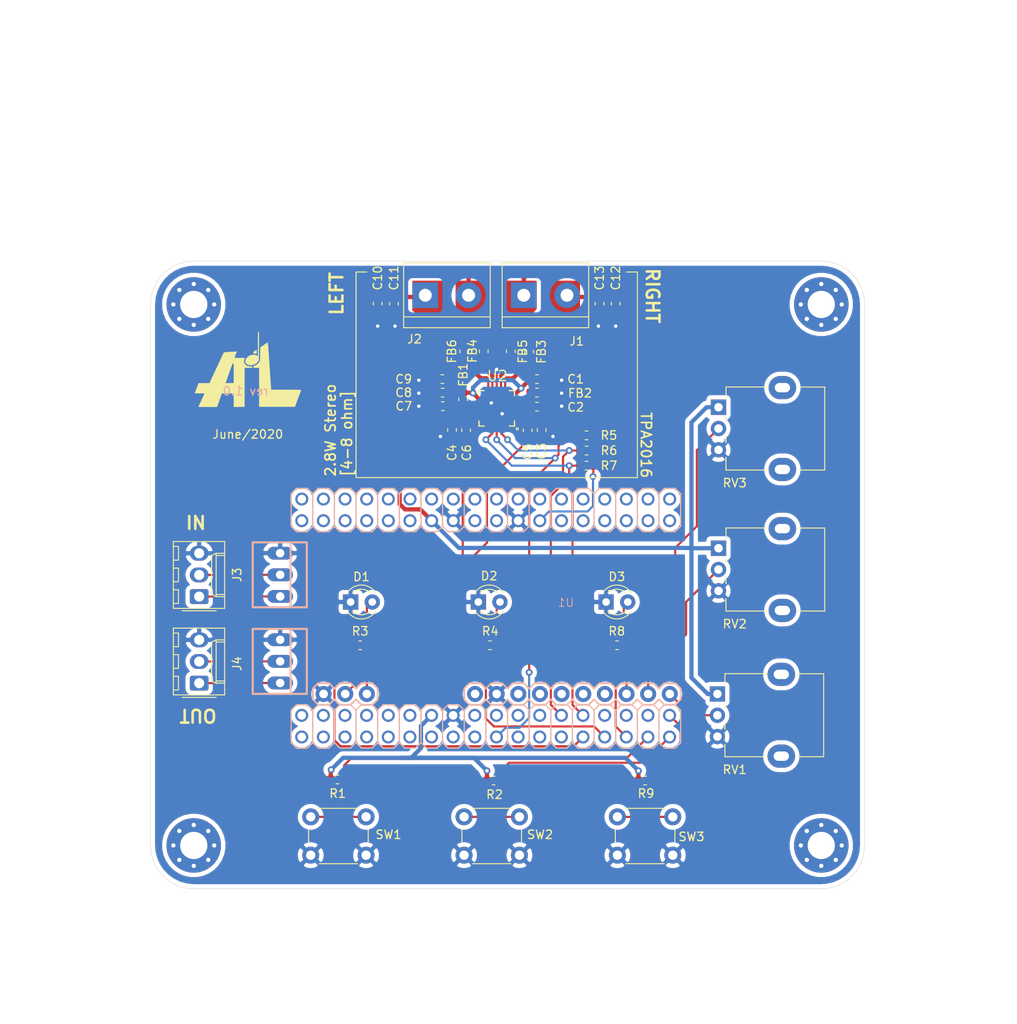
<source format=kicad_pcb>
(kicad_pcb (version 20171130) (host pcbnew "(5.1.5-0-10_14)")
  (layers (0 F.Cu signal) (31 B.Cu signal) (34 B.Paste user) (35 F.Paste user hide) (36 B.SilkS user) (37 F.SilkS user) (38 B.Mask user) (39 F.Mask user) (44 Edge.Cuts user))
  (net 0 "")
  (net 1 "Net-(U1-PadP1_15)")
  (net 2 "Net-(U1-PadP1_10)")
  (net 3 "Net-(U1-PadP1_09)")
  (net 4 "Net-(U1-PadP1_05)")
  (net 5 "Net-(U1-PadP1_04)")
  (net 6 "Net-(U1-PadP1_08)")
  (net 7 "Net-(U1-PadP1_07)")
  (net 8 "Net-(U1-PadP1_06)")
  (net 9 "Net-(U1-PadP1_03)")
  (net 10 "Net-(U1-PadP1_02)")
  (net 11 "Net-(U1-PadP1_01)")
  (net 12 "Net-(U1-PadP1_19)")
  (net 13 "Net-(U1-PadP1_18)")
  (net 14 "Net-(U1-PadP1_17)")
  (net 15 "Net-(U1-PadP1_21)")
  (net 16 "Net-(U1-PadP1_20)")
  (net 17 "Net-(U1-PadP1_36)")
  (net 18 "Net-(U1-PadP1_34)")
  (net 19 "Net-(U1-PadP1_26)")
  (net 20 "Net-(U1-PadP1_25)")
  (net 21 "Net-(U1-PadP1_23)")
  (net 22 "Net-(U1-PadP1_29)")
  (net 23 "Net-(U1-PadP1_28)")
  (net 24 "Net-(U1-PadP1_27)")
  (net 25 "Net-(U1-PadP1_13)")
  (net 26 "Net-(U1-PadP1_12)")
  (net 27 "Net-(U1-PadP1_11)")
  (net 28 "Net-(U1-PadP1_33)")
  (net 29 "Net-(U1-PadP1_31)")
  (net 30 "Net-(U1-PadA_REF)")
  (net 31 "Net-(U1-PadA7)")
  (net 32 "Net-(U1-PadA6)")
  (net 33 "Net-(U1-PadA5)")
  (net 34 "Net-(U1-PadA4)")
  (net 35 "Net-(U1-PadA3)")
  (net 36 "Net-(U1-PadP2_36)")
  (net 37 "Net-(U1-PadP2_35)")
  (net 38 "Net-(U1-PadP2_34)")
  (net 39 "Net-(U1-PadP2_33)")
  (net 40 "Net-(U1-PadP2_32)")
  (net 41 "Net-(U1-PadP2_31)")
  (net 42 "Net-(U1-PadP2_30)")
  (net 43 "Net-(U1-PadP2_29)")
  (net 44 "Net-(U1-PadP2_28)")
  (net 45 "Net-(U1-PadP2_27)")
  (net 46 "Net-(U1-PadP2_26)")
  (net 47 "Net-(U1-PadP2_25)")
  (net 48 "Net-(U1-PadP2_24)")
  (net 49 "Net-(U1-PadP2_22)")
  (net 50 "Net-(U1-PadP2_20)")
  (net 51 "Net-(U1-PadP2_19)")
  (net 52 "Net-(U1-PadP2_17)")
  (net 53 "Net-(U1-PadP2_16)")
  (net 54 "Net-(U1-PadP2_15)")
  (net 55 "Net-(U1-PadP2_14)")
  (net 56 "Net-(U1-PadP2_13)")
  (net 57 "Net-(U1-PadP2_12)")
  (net 58 "Net-(U1-PadP2_07)")
  (net 59 "Net-(U1-PadP2_05)")
  (net 60 "Net-(U1-PadP2_03)")
  (net 61 GND)
  (net 62 5V)
  (net 63 GNDA)
  (net 64 "Net-(C3-Pad1)")
  (net 65 "Net-(C4-Pad1)")
  (net 66 /LINE_L)
  (net 67 "Net-(C5-Pad1)")
  (net 68 "Net-(C6-Pad1)")
  (net 69 /LINE_R)
  (net 70 VDDA)
  (net 71 "Net-(C10-Pad1)")
  (net 72 "Net-(C11-Pad1)")
  (net 73 "Net-(C12-Pad1)")
  (net 74 "Net-(C13-Pad1)")
  (net 75 "Net-(D1-Pad2)")
  (net 76 "Net-(D2-Pad2)")
  (net 77 "Net-(FB3-Pad2)")
  (net 78 "Net-(FB4-Pad2)")
  (net 79 "Net-(FB5-Pad2)")
  (net 80 "Net-(FB6-Pad2)")
  (net 81 /D0)
  (net 82 3.3V)
  (net 83 /D1)
  (net 84 /D2)
  (net 85 /D3)
  (net 86 /SDA)
  (net 87 /SCL)
  (net 88 /A0)
  (net 89 /A1)
  (net 90 "Net-(U2-Pad16)")
  (net 91 "Net-(U2-Pad20)")
  (net 92 "Net-(D3-Pad2)")
  (net 93 /D4)
  (net 94 /D6)
  (net 95 /D5)
  (net 96 /Audio_In_R)
  (net 97 /Audio_In_L)
  (net 98 /Audio_Out_R)
  (net 99 /Audio_Out_L)
  (net 100 /D13)
  (net 101 /D14)
  (net 102 /D15)
  (net 103 /A2)
  (module AIL_Kicad_Workshop:AIL_logo (layer F.Cu) (at 123.19 76.2)
    (fp_text reference G*** hide)
    (fp_text value LOGO hide)
  )
  (module MountingHole:MountingHole_3.2mm_M3_Pad_Via (layer F.Cu) (at 190.5 68.58)
    (fp_text reference REF** hide)
    (fp_text value MountingHole_3.2mm_M3_Pad_Via)
    (pad 1 thru_hole circle (at 0 0) (size 6.4 6.4) (drill 3.2) (layers *.Cu *.Mask))
    (pad 1 thru_hole circle (at 2.4 0) (size 0.8 0.8) (drill 0.5) (layers *.Cu *.Mask))
    (pad 1 thru_hole circle (at 1.697056 1.697056) (size 0.8 0.8) (drill 0.5) (layers *.Cu *.Mask))
    (pad 1 thru_hole circle (at 0 2.4) (size 0.8 0.8) (drill 0.5) (layers *.Cu *.Mask))
    (pad 1 thru_hole circle (at -1.697056 1.697056) (size 0.8 0.8) (drill 0.5) (layers *.Cu *.Mask))
    (pad 1 thru_hole circle (at -2.4 0) (size 0.8 0.8) (drill 0.5) (layers *.Cu *.Mask))
    (pad 1 thru_hole circle (at -1.697056 -1.697056) (size 0.8 0.8) (drill 0.5) (layers *.Cu *.Mask))
    (pad 1 thru_hole circle (at 0 -2.4) (size 0.8 0.8) (drill 0.5) (layers *.Cu *.Mask))
    (pad 1 thru_hole circle (at 1.697056 -1.697056) (size 0.8 0.8) (drill 0.5) (layers *.Cu *.Mask))
  )
  (module Potentiometer_THT:Potentiometer_Alpha_RD901F-40-00D_Single_Vertical (layer F.Cu) (at 178.435 80.645)
    (fp_text reference RV3 (at 1.905 8.89 180) (layer F.SilkS))
    (fp_text value R_POT)
    (pad 1 thru_hole rect (at 0 0 90) (size 1.8 1.8) (drill 1) (layers *.Cu *.Mask) (net 62 5V))
    (pad 2 thru_hole circle (at 0 2.5 90) (size 1.8 1.8) (drill 1) (layers *.Cu *.Mask) (net 103 /A2))
    (pad 3 thru_hole circle (at 0 5 90) (size 1.8 1.8) (drill 1) (layers *.Cu *.Mask) (net 61 GND))
    (pad "" thru_hole oval (at 7.5 7.3 90) (size 2.72 3.24) (drill oval 1.1 1.8) (layers *.Cu *.Mask))
    (pad "" thru_hole oval (at 7.5 -2.3 90) (size 2.72 3.24) (drill oval 1.1 1.8) (layers *.Cu *.Mask))
  )
  (module MountingHole:MountingHole_3.2mm_M3_Pad_Via (layer F.Cu) (at 116.84 68.58)
    (fp_text reference REF** hide)
    (fp_text value MountingHole_3.2mm_M3_Pad_Via)
    (pad 1 thru_hole circle (at 1.697056 -1.697056) (size 0.8 0.8) (drill 0.5) (layers *.Cu *.Mask))
    (pad 1 thru_hole circle (at 0 -2.4) (size 0.8 0.8) (drill 0.5) (layers *.Cu *.Mask))
    (pad 1 thru_hole circle (at -1.697056 -1.697056) (size 0.8 0.8) (drill 0.5) (layers *.Cu *.Mask))
    (pad 1 thru_hole circle (at -2.4 0) (size 0.8 0.8) (drill 0.5) (layers *.Cu *.Mask))
    (pad 1 thru_hole circle (at -1.697056 1.697056) (size 0.8 0.8) (drill 0.5) (layers *.Cu *.Mask))
    (pad 1 thru_hole circle (at 0 2.4) (size 0.8 0.8) (drill 0.5) (layers *.Cu *.Mask))
    (pad 1 thru_hole circle (at 1.697056 1.697056) (size 0.8 0.8) (drill 0.5) (layers *.Cu *.Mask))
    (pad 1 thru_hole circle (at 2.4 0) (size 0.8 0.8) (drill 0.5) (layers *.Cu *.Mask))
    (pad 1 thru_hole circle (at 0 0) (size 6.4 6.4) (drill 3.2) (layers *.Cu *.Mask))
  )
  (module MountingHole:MountingHole_3.2mm_M3_Pad_Via (layer F.Cu) (at 116.84 132.08)
    (fp_text reference REF** hide)
    (fp_text value MountingHole_3.2mm_M3_Pad_Via)
    (pad 1 thru_hole circle (at 1.697056 -1.697056) (size 0.8 0.8) (drill 0.5) (layers *.Cu *.Mask))
    (pad 1 thru_hole circle (at 0 -2.4) (size 0.8 0.8) (drill 0.5) (layers *.Cu *.Mask))
    (pad 1 thru_hole circle (at -1.697056 -1.697056) (size 0.8 0.8) (drill 0.5) (layers *.Cu *.Mask))
    (pad 1 thru_hole circle (at -2.4 0) (size 0.8 0.8) (drill 0.5) (layers *.Cu *.Mask))
    (pad 1 thru_hole circle (at -1.697056 1.697056) (size 0.8 0.8) (drill 0.5) (layers *.Cu *.Mask))
    (pad 1 thru_hole circle (at 0 2.4) (size 0.8 0.8) (drill 0.5) (layers *.Cu *.Mask))
    (pad 1 thru_hole circle (at 1.697056 1.697056) (size 0.8 0.8) (drill 0.5) (layers *.Cu *.Mask))
    (pad 1 thru_hole circle (at 2.4 0) (size 0.8 0.8) (drill 0.5) (layers *.Cu *.Mask))
    (pad 1 thru_hole circle (at 0 0) (size 6.4 6.4) (drill 3.2) (layers *.Cu *.Mask))
  )
  (module MountingHole:MountingHole_3.2mm_M3_Pad_Via (layer F.Cu) (at 190.5 132.08)
    (fp_text reference REF** hide)
    (fp_text value MountingHole_3.2mm_M3_Pad_Via)
    (pad 1 thru_hole circle (at 1.697056 -1.697056) (size 0.8 0.8) (drill 0.5) (layers *.Cu *.Mask))
    (pad 1 thru_hole circle (at 0 -2.4) (size 0.8 0.8) (drill 0.5) (layers *.Cu *.Mask))
    (pad 1 thru_hole circle (at -1.697056 -1.697056) (size 0.8 0.8) (drill 0.5) (layers *.Cu *.Mask))
    (pad 1 thru_hole circle (at -2.4 0) (size 0.8 0.8) (drill 0.5) (layers *.Cu *.Mask))
    (pad 1 thru_hole circle (at -1.697056 1.697056) (size 0.8 0.8) (drill 0.5) (layers *.Cu *.Mask))
    (pad 1 thru_hole circle (at 0 2.4) (size 0.8 0.8) (drill 0.5) (layers *.Cu *.Mask))
    (pad 1 thru_hole circle (at 1.697056 1.697056) (size 0.8 0.8) (drill 0.5) (layers *.Cu *.Mask))
    (pad 1 thru_hole circle (at 2.4 0) (size 0.8 0.8) (drill 0.5) (layers *.Cu *.Mask))
    (pad 1 thru_hole circle (at 0 0) (size 6.4 6.4) (drill 3.2) (layers *.Cu *.Mask))
  )
  (module Resistor_SMD:R_0603_1608Metric (layer F.Cu) (at 136.3725 108.585)
    (fp_text reference R3 (at 0 -1.651) (layer F.SilkS))
    (fp_text value 470)
    (pad 2 smd roundrect (at 0.7875 0) (size 0.875 0.95) (layers F.Cu F.Paste F.Mask) (net 75 "Net-(D1-Pad2)"))
    (pad 1 smd roundrect (at -0.7875 0) (size 0.875 0.95) (layers F.Cu F.Paste F.Mask) (net 95 /D5))
  )
  (module Connector_Molex:Molex_KK-254_AE-6410-03A_1x03_P2.54mm_Vertical (layer F.Cu) (at 117.475 113.03 90)
    (fp_text reference J4 (at 2.286 4.445 90) (layer F.SilkS))
    (fp_text value Conn_01x03_Female)
    (pad 3 thru_hole oval (at 5.08 0 90) (size 1.74 2.19) (drill 1.19) (layers *.Cu *.Mask) (net 61 GND))
    (pad 2 thru_hole oval (at 2.54 0 90) (size 1.74 2.19) (drill 1.19) (layers *.Cu *.Mask) (net 99 /Audio_Out_L))
    (pad 1 thru_hole roundrect (at 0 0 90) (size 1.74 2.19) (drill 1.19) (layers *.Cu *.Mask) (roundrect_rratio 0.143678) (net 98 /Audio_Out_R))
  )
  (module Connector_Molex:Molex_KK-254_AE-6410-03A_1x03_P2.54mm_Vertical (layer F.Cu) (at 117.475 102.87 90)
    (fp_text reference J3 (at 2.54 4.445 90) (layer F.SilkS))
    (fp_text value Conn_01x03_Female)
    (pad 3 thru_hole oval (at 5.08 0 90) (size 1.74 2.19) (drill 1.19) (layers *.Cu *.Mask) (net 61 GND))
    (pad 2 thru_hole oval (at 2.54 0 90) (size 1.74 2.19) (drill 1.19) (layers *.Cu *.Mask) (net 97 /Audio_In_L))
    (pad 1 thru_hole roundrect (at 0 0 90) (size 1.74 2.19) (drill 1.19) (layers *.Cu *.Mask) (roundrect_rratio 0.143678) (net 96 /Audio_In_R))
  )
  (module Resistor_SMD:R_0603_1608Metric (layer F.Cu) (at 133.7055 124.333)
    (fp_text reference R1 (at 0.0255 1.651) (layer F.SilkS))
    (fp_text value 1k)
    (pad 1 smd roundrect (at -0.7875 0) (size 0.875 0.95) (layers F.Cu F.Paste F.Mask) (net 82 3.3V))
    (pad 2 smd roundrect (at 0.7875 0) (size 0.875 0.95) (layers F.Cu F.Paste F.Mask) (net 84 /D2))
  )
  (module Button_Switch_THT:SW_PUSH_6mm (layer F.Cu) (at 137.067 133.223 180)
    (fp_text reference SW1 (at -2.633 2.413) (layer F.SilkS))
    (fp_text value SW_Push)
    (pad 1 thru_hole circle (at 6.5 0 270) (size 2 2) (drill 1.1) (layers *.Cu *.Mask) (net 61 GND))
    (pad 2 thru_hole circle (at 6.5 4.5 270) (size 2 2) (drill 1.1) (layers *.Cu *.Mask) (net 84 /D2))
    (pad 1 thru_hole circle (at 0 0 270) (size 2 2) (drill 1.1) (layers *.Cu *.Mask) (net 61 GND))
    (pad 2 thru_hole circle (at 0 4.5 270) (size 2 2) (drill 1.1) (layers *.Cu *.Mask) (net 84 /D2))
  )
  (module LED_THT:LED_D3.0mm (layer F.Cu) (at 135.255 103.505)
    (fp_text reference D1 (at 1.27 -2.96) (layer F.SilkS))
    (fp_text value LED)
    (pad 1 thru_hole rect (at 0 0) (size 1.8 1.8) (drill 0.9) (layers *.Cu *.Mask) (net 61 GND))
    (pad 2 thru_hole circle (at 2.54 0) (size 1.8 1.8) (drill 0.9) (layers *.Cu *.Mask) (net 75 "Net-(D1-Pad2)"))
  )
  (module BelaMini:BelaMini_headers_reverse (layer B.Cu) (at 151.13 105.41 180)
    (fp_text reference U1 (at -10.414 1.27 180) (layer B.SilkS) (effects (font (size 0.9652 0.9652) (thickness 0.09652)) (justify left bottom mirror)))
    (fp_text value BelaMini)
    (pad Audio_GND thru_hole oval (at 24.147923 -2.522076) (size 3.016 1.508) (drill 1) (layers *.Cu *.Mask) (net 61 GND))
    (pad Audio_Out_L thru_hole oval (at 24.147923 -5.062076) (size 3.016 1.508) (drill 1) (layers *.Cu *.Mask) (net 99 /Audio_Out_L))
    (pad Audio_Out_R thru_hole oval (at 24.147923 -7.602076) (size 3.016 1.508) (drill 1) (layers *.Cu *.Mask) (net 98 /Audio_Out_R))
    (pad Audio_GND thru_hole oval (at 24.147923 7.637924) (size 3.016 1.508) (drill 1) (layers *.Cu *.Mask) (net 61 GND))
    (pad Audio_In_L thru_hole oval (at 24.147923 5.097924) (size 3.016 1.508) (drill 1) (layers *.Cu *.Mask) (net 97 /Audio_In_L))
    (pad Audio_In_R thru_hole oval (at 24.147923 2.557924) (size 3.016 1.508) (drill 1) (layers *.Cu *.Mask) (net 96 /Audio_In_R))
    (pad Line_GND thru_hole circle (at 19.05 -8.89 90) (size 1.8796 1.8796) (drill 1.016) (layers *.Cu *.Mask) (net 61 GND))
    (pad Line_L thru_hole circle (at 16.51 -8.89 90) (size 1.8796 1.8796) (drill 1.016) (layers *.Cu *.Mask) (net 66 /LINE_L))
    (pad Line_R thru_hole circle (at 13.97 -8.89 90) (size 1.8796 1.8796) (drill 1.016) (layers *.Cu *.Mask) (net 69 /LINE_R))
    (pad P1_16 thru_hole circle (at -3.791403 11.448597 180) (size 1.524 1.524) (drill 1.016) (layers *.Cu *.Mask) (net 61 GND))
    (pad P1_15 thru_hole circle (at -3.791403 13.988597 180) (size 1.524 1.524) (drill 1.016) (layers *.Cu *.Mask) (net 1 "Net-(U1-PadP1_15)"))
    (pad P1_10 thru_hole circle (at -11.411403 11.448597 180) (size 1.524 1.524) (drill 1.016) (layers *.Cu *.Mask) (net 2 "Net-(U1-PadP1_10)"))
    (pad P1_09 thru_hole circle (at -11.411403 13.988597 180) (size 1.524 1.524) (drill 1.016) (layers *.Cu *.Mask) (net 3 "Net-(U1-PadP1_09)"))
    (pad P1_05 thru_hole circle (at -16.491403 13.988597 180) (size 1.524 1.524) (drill 1.016) (layers *.Cu *.Mask) (net 4 "Net-(U1-PadP1_05)"))
    (pad P1_04 thru_hole circle (at -19.031403 11.448597 180) (size 1.524 1.524) (drill 1.016) (layers *.Cu *.Mask) (net 5 "Net-(U1-PadP1_04)"))
    (pad P1_08 thru_hole circle (at -13.951403 11.448597 180) (size 1.524 1.524) (drill 1.016) (layers *.Cu *.Mask) (net 6 "Net-(U1-PadP1_08)"))
    (pad P1_07 thru_hole circle (at -13.951403 13.988597 180) (size 1.524 1.524) (drill 1.016) (layers *.Cu *.Mask) (net 7 "Net-(U1-PadP1_07)"))
    (pad P1_06 thru_hole circle (at -16.491403 11.448597 180) (size 1.524 1.524) (drill 1.016) (layers *.Cu *.Mask) (net 8 "Net-(U1-PadP1_06)"))
    (pad P1_03 thru_hole circle (at -19.031403 13.988597 180) (size 1.524 1.524) (drill 1.016) (layers *.Cu *.Mask) (net 9 "Net-(U1-PadP1_03)"))
    (pad P1_02 thru_hole circle (at -21.571403 11.448597 180) (size 1.524 1.524) (drill 1.016) (layers *.Cu *.Mask) (net 10 "Net-(U1-PadP1_02)"))
    (pad P1_01 thru_hole circle (at -21.571403 13.988597 180) (size 1.524 1.524) (drill 1.016) (layers *.Cu *.Mask) (net 11 "Net-(U1-PadP1_01)"))
    (pad P1_19 thru_hole circle (at 1.288597 13.988597 180) (size 1.524 1.524) (drill 1.016) (layers *.Cu *.Mask) (net 12 "Net-(U1-PadP1_19)"))
    (pad P1_18 thru_hole circle (at -1.251403 11.448597 180) (size 1.524 1.524) (drill 1.016) (layers *.Cu *.Mask) (net 13 "Net-(U1-PadP1_18)"))
    (pad P1_17 thru_hole circle (at -1.251403 13.988597 180) (size 1.524 1.524) (drill 1.016) (layers *.Cu *.Mask) (net 14 "Net-(U1-PadP1_17)"))
    (pad P1_22 thru_hole circle (at 3.828597 11.448597 180) (size 1.524 1.524) (drill 1.016) (layers *.Cu *.Mask) (net 61 GND))
    (pad P1_21 thru_hole circle (at 3.828597 13.988597 180) (size 1.524 1.524) (drill 1.016) (layers *.Cu *.Mask) (net 15 "Net-(U1-PadP1_21)"))
    (pad P1_20 thru_hole circle (at 1.288597 11.448597 180) (size 1.524 1.524) (drill 1.016) (layers *.Cu *.Mask) (net 16 "Net-(U1-PadP1_20)"))
    (pad P1_36 thru_hole circle (at 21.608597 11.448597 180) (size 1.524 1.524) (drill 1.016) (layers *.Cu *.Mask) (net 17 "Net-(U1-PadP1_36)"))
    (pad P1_35 thru_hole circle (at 21.608597 13.988597 180) (size 1.524 1.524) (drill 1.016) (layers *.Cu *.Mask) (net 100 /D13))
    (pad P1_34 thru_hole circle (at 19.068597 11.448597 180) (size 1.524 1.524) (drill 1.016) (layers *.Cu *.Mask) (net 18 "Net-(U1-PadP1_34)"))
    (pad P1_26 thru_hole circle (at 8.908597 11.448597 180) (size 1.524 1.524) (drill 1.016) (layers *.Cu *.Mask) (net 19 "Net-(U1-PadP1_26)"))
    (pad P1_25 thru_hole circle (at 8.908597 13.988597 180) (size 1.524 1.524) (drill 1.016) (layers *.Cu *.Mask) (net 20 "Net-(U1-PadP1_25)"))
    (pad P1_24 thru_hole circle (at 6.368597 11.448597 180) (size 1.524 1.524) (drill 1.016) (layers *.Cu *.Mask) (net 62 5V))
    (pad P1_23 thru_hole circle (at 6.368597 13.988597 180) (size 1.524 1.524) (drill 1.016) (layers *.Cu *.Mask) (net 21 "Net-(U1-PadP1_23)"))
    (pad P1_29 thru_hole circle (at 13.988597 13.988597 180) (size 1.524 1.524) (drill 1.016) (layers *.Cu *.Mask) (net 22 "Net-(U1-PadP1_29)"))
    (pad P1_28 thru_hole circle (at 11.448597 11.448597 180) (size 1.524 1.524) (drill 1.016) (layers *.Cu *.Mask) (net 23 "Net-(U1-PadP1_28)"))
    (pad P1_27 thru_hole circle (at 11.448597 13.988597 180) (size 1.524 1.524) (drill 1.016) (layers *.Cu *.Mask) (net 24 "Net-(U1-PadP1_27)"))
    (pad P1_14 thru_hole circle (at -6.331403 11.448597 180) (size 1.524 1.524) (drill 1.016) (layers *.Cu *.Mask) (net 82 3.3V))
    (pad P1_13 thru_hole circle (at -6.331403 13.988597 180) (size 1.524 1.524) (drill 1.016) (layers *.Cu *.Mask) (net 25 "Net-(U1-PadP1_13)"))
    (pad P1_12 thru_hole circle (at -8.871403 11.448597 180) (size 1.524 1.524) (drill 1.016) (layers *.Cu *.Mask) (net 26 "Net-(U1-PadP1_12)"))
    (pad P1_11 thru_hole circle (at -8.871403 13.988597 180) (size 1.524 1.524) (drill 1.016) (layers *.Cu *.Mask) (net 27 "Net-(U1-PadP1_11)"))
    (pad P1_33 thru_hole circle (at 19.068597 13.988597 180) (size 1.524 1.524) (drill 1.016) (layers *.Cu *.Mask) (net 28 "Net-(U1-PadP1_33)"))
    (pad P1_32 thru_hole circle (at 16.528597 11.448597 180) (size 1.524 1.524) (drill 1.016) (layers *.Cu *.Mask) (net 101 /D14))
    (pad P1_31 thru_hole circle (at 16.528597 13.988597 180) (size 1.524 1.524) (drill 1.016) (layers *.Cu *.Mask) (net 29 "Net-(U1-PadP1_31)"))
    (pad P1_30 thru_hole circle (at 13.988597 11.448597 180) (size 1.524 1.524) (drill 1.016) (layers *.Cu *.Mask) (net 102 /D15))
    (pad A_REF thru_hole circle (at 1.27 -8.89 90) (size 1.8796 1.8796) (drill 1.016) (layers *.Cu *.Mask) (net 30 "Net-(U1-PadA_REF)"))
    (pad A_GND thru_hole circle (at -1.27 -8.89 90) (size 1.8796 1.8796) (drill 1.016) (layers *.Cu *.Mask) (net 61 GND))
    (pad A7 thru_hole circle (at -3.81 -8.89 90) (size 1.8796 1.8796) (drill 1.016) (layers *.Cu *.Mask) (net 31 "Net-(U1-PadA7)"))
    (pad A6 thru_hole circle (at -6.35 -8.89 90) (size 1.8796 1.8796) (drill 1.016) (layers *.Cu *.Mask) (net 32 "Net-(U1-PadA6)"))
    (pad A5 thru_hole circle (at -8.89 -8.89 90) (size 1.8796 1.8796) (drill 1.016) (layers *.Cu *.Mask) (net 33 "Net-(U1-PadA5)"))
    (pad A4 thru_hole circle (at -11.43 -8.89 90) (size 1.8796 1.8796) (drill 1.016) (layers *.Cu *.Mask) (net 34 "Net-(U1-PadA4)"))
    (pad A3 thru_hole circle (at -13.97 -8.89 90) (size 1.8796 1.8796) (drill 1.016) (layers *.Cu *.Mask) (net 35 "Net-(U1-PadA3)"))
    (pad A2 thru_hole circle (at -16.51 -8.89 90) (size 1.8796 1.8796) (drill 1.016) (layers *.Cu *.Mask) (net 103 /A2))
    (pad A1 thru_hole circle (at -19.05 -8.89 90) (size 1.8796 1.8796) (drill 1.016) (layers *.Cu *.Mask) (net 89 /A1))
    (pad A0 thru_hole circle (at -21.59 -8.89 90) (size 1.8796 1.8796) (drill 1.016) (layers *.Cu *.Mask) (net 88 /A0))
    (pad P2_36 thru_hole circle (at 21.619178 -13.940823 180) (size 1.524 1.524) (drill 1.016) (layers *.Cu *.Mask) (net 36 "Net-(U1-PadP2_36)"))
    (pad P2_35 thru_hole circle (at 21.619178 -11.400823 180) (size 1.524 1.524) (drill 1.016) (layers *.Cu *.Mask) (net 37 "Net-(U1-PadP2_35)"))
    (pad P2_34 thru_hole circle (at 19.079178 -13.940823 180) (size 1.524 1.524) (drill 1.016) (layers *.Cu *.Mask) (net 38 "Net-(U1-PadP2_34)"))
    (pad P2_33 thru_hole circle (at 19.079178 -11.400823 180) (size 1.524 1.524) (drill 1.016) (layers *.Cu *.Mask) (net 39 "Net-(U1-PadP2_33)"))
    (pad P2_32 thru_hole circle (at 16.539178 -13.940823 180) (size 1.524 1.524) (drill 1.016) (layers *.Cu *.Mask) (net 40 "Net-(U1-PadP2_32)"))
    (pad P2_31 thru_hole circle (at 16.539178 -11.400823 180) (size 1.524 1.524) (drill 1.016) (layers *.Cu *.Mask) (net 41 "Net-(U1-PadP2_31)"))
    (pad P2_30 thru_hole circle (at 13.999178 -13.940823 180) (size 1.524 1.524) (drill 1.016) (layers *.Cu *.Mask) (net 42 "Net-(U1-PadP2_30)"))
    (pad P2_29 thru_hole circle (at 13.999178 -11.400823 180) (size 1.524 1.524) (drill 1.016) (layers *.Cu *.Mask) (net 43 "Net-(U1-PadP2_29)"))
    (pad P2_28 thru_hole circle (at 11.459178 -13.940823 180) (size 1.524 1.524) (drill 1.016) (layers *.Cu *.Mask) (net 44 "Net-(U1-PadP2_28)"))
    (pad P2_27 thru_hole circle (at 11.459178 -11.400823 180) (size 1.524 1.524) (drill 1.016) (layers *.Cu *.Mask) (net 45 "Net-(U1-PadP2_27)"))
    (pad P2_26 thru_hole circle (at 8.919178 -13.940823 180) (size 1.524 1.524) (drill 1.016) (layers *.Cu *.Mask) (net 46 "Net-(U1-PadP2_26)"))
    (pad P2_25 thru_hole circle (at 8.919178 -11.400823 180) (size 1.524 1.524) (drill 1.016) (layers *.Cu *.Mask) (net 47 "Net-(U1-PadP2_25)"))
    (pad P2_24 thru_hole circle (at 6.379178 -13.940823 180) (size 1.524 1.524) (drill 1.016) (layers *.Cu *.Mask) (net 48 "Net-(U1-PadP2_24)"))
    (pad P2_23 thru_hole circle (at 6.379178 -11.400823 180) (size 1.524 1.524) (drill 1.016) (layers *.Cu *.Mask) (net 82 3.3V))
    (pad P2_22 thru_hole circle (at 3.839178 -13.940823 180) (size 1.524 1.524) (drill 1.016) (layers *.Cu *.Mask) (net 49 "Net-(U1-PadP2_22)"))
    (pad P2_21 thru_hole circle (at 3.839178 -11.400823 180) (size 1.524 1.524) (drill 1.016) (layers *.Cu *.Mask) (net 61 GND))
    (pad P2_20 thru_hole circle (at 1.299178 -13.940823 180) (size 1.524 1.524) (drill 1.016) (layers *.Cu *.Mask) (net 50 "Net-(U1-PadP2_20)"))
    (pad P2_19 thru_hole circle (at 1.299178 -11.400823 180) (size 1.524 1.524) (drill 1.016) (layers *.Cu *.Mask) (net 51 "Net-(U1-PadP2_19)"))
    (pad P2_18 thru_hole circle (at -1.240822 -13.940823 180) (size 1.524 1.524) (drill 1.016) (layers *.Cu *.Mask) (net 94 /D6))
    (pad P2_17 thru_hole circle (at -1.240822 -11.400823 180) (size 1.524 1.524) (drill 1.016) (layers *.Cu *.Mask) (net 52 "Net-(U1-PadP2_17)"))
    (pad P2_16 thru_hole circle (at -3.780822 -13.940823 180) (size 1.524 1.524) (drill 1.016) (layers *.Cu *.Mask) (net 53 "Net-(U1-PadP2_16)"))
    (pad P2_15 thru_hole circle (at -3.780822 -11.400823 180) (size 1.524 1.524) (drill 1.016) (layers *.Cu *.Mask) (net 54 "Net-(U1-PadP2_15)"))
    (pad P2_14 thru_hole circle (at -6.320822 -13.940823 180) (size 1.524 1.524) (drill 1.016) (layers *.Cu *.Mask) (net 55 "Net-(U1-PadP2_14)"))
    (pad P2_13 thru_hole circle (at -6.320822 -11.400823 180) (size 1.524 1.524) (drill 1.016) (layers *.Cu *.Mask) (net 56 "Net-(U1-PadP2_13)"))
    (pad P2_12 thru_hole circle (at -8.860822 -13.940823 180) (size 1.524 1.524) (drill 1.016) (layers *.Cu *.Mask) (net 57 "Net-(U1-PadP2_12)"))
    (pad P2_11 thru_hole circle (at -8.860822 -11.400823 180) (size 1.524 1.524) (drill 1.016) (layers *.Cu *.Mask) (net 86 /SDA))
    (pad P2_10 thru_hole circle (at -11.400822 -13.940823 180) (size 1.524 1.524) (drill 1.016) (layers *.Cu *.Mask) (net 95 /D5))
    (pad P2_09 thru_hole circle (at -11.400822 -11.400823 180) (size 1.524 1.524) (drill 1.016) (layers *.Cu *.Mask) (net 87 /SCL))
    (pad P2_08 thru_hole circle (at -13.940822 -13.940823 180) (size 1.524 1.524) (drill 1.016) (layers *.Cu *.Mask) (net 93 /D4))
    (pad P2_07 thru_hole circle (at -13.940822 -11.400823 180) (size 1.524 1.524) (drill 1.016) (layers *.Cu *.Mask) (net 58 "Net-(U1-PadP2_07)"))
    (pad P2_06 thru_hole circle (at -16.480822 -13.940823 180) (size 1.524 1.524) (drill 1.016) (layers *.Cu *.Mask) (net 85 /D3))
    (pad P2_05 thru_hole circle (at -16.480822 -11.400823 180) (size 1.524 1.524) (drill 1.016) (layers *.Cu *.Mask) (net 59 "Net-(U1-PadP2_05)"))
    (pad P2_04 thru_hole circle (at -19.020822 -13.940823 180) (size 1.524 1.524) (drill 1.016) (layers *.Cu *.Mask) (net 84 /D2))
    (pad P2_03 thru_hole circle (at -19.020822 -11.400823 180) (size 1.524 1.524) (drill 1.016) (layers *.Cu *.Mask) (net 60 "Net-(U1-PadP2_03)"))
    (pad P2_02 thru_hole circle (at -21.560822 -13.940823 180) (size 1.524 1.524) (drill 1.016) (layers *.Cu *.Mask) (net 83 /D1))
    (pad P2_01 thru_hole circle (at -21.560822 -11.400823 180) (size 1.524 1.524) (drill 1.016) (layers *.Cu *.Mask) (net 81 /D0))
  )
  (module Capacitor_SMD:C_0603_1608Metric (layer F.Cu) (at 157.1245 77.343)
    (fp_text reference C1 (at 4.5465 0) (layer F.SilkS))
    (fp_text value 100nF)
    (pad 1 smd roundrect (at -0.7875 0) (size 0.875 0.95) (layers F.Cu F.Paste F.Mask) (net 62 5V))
    (pad 2 smd roundrect (at 0.7875 0) (size 0.875 0.95) (layers F.Cu F.Paste F.Mask) (net 61 GND))
  )
  (module Capacitor_SMD:C_0603_1608Metric (layer F.Cu) (at 157.1245 80.5815)
    (fp_text reference C2 (at 4.5465 0.0635) (layer F.SilkS))
    (fp_text value 100nF)
    (pad 1 smd roundrect (at -0.7875 0) (size 0.875 0.95) (layers F.Cu F.Paste F.Mask) (net 63 GNDA))
    (pad 2 smd roundrect (at 0.7875 0) (size 0.875 0.95) (layers F.Cu F.Paste F.Mask) (net 61 GND))
  )
  (module Capacitor_SMD:C_0603_1608Metric (layer F.Cu) (at 157.6832 83.3247 270)
    (fp_text reference C3 (at 2.4765 0 90) (layer F.SilkS))
    (fp_text value 1uF)
    (pad 1 smd roundrect (at -0.7875 0 270) (size 0.875 0.95) (layers F.Cu F.Paste F.Mask) (net 64 "Net-(C3-Pad1)"))
    (pad 2 smd roundrect (at 0.7875 0 270) (size 0.875 0.95) (layers F.Cu F.Paste F.Mask) (net 61 GND))
  )
  (module Capacitor_SMD:C_0603_1608Metric (layer F.Cu) (at 147.1549 83.312 270)
    (fp_text reference C4 (at 2.667 0 90) (layer F.SilkS))
    (fp_text value 1uF)
    (pad 2 smd roundrect (at 0.7875 0 270) (size 0.875 0.95) (layers F.Cu F.Paste F.Mask) (net 61 GND))
    (pad 1 smd roundrect (at -0.7875 0 270) (size 0.875 0.95) (layers F.Cu F.Paste F.Mask) (net 65 "Net-(C4-Pad1)"))
  )
  (module Capacitor_SMD:C_0603_1608Metric (layer F.Cu) (at 156.0322 83.3502 270)
    (fp_text reference C5 (at 2.5145 0 90) (layer F.SilkS))
    (fp_text value 1uF)
    (pad 2 smd roundrect (at 0.7875 0 270) (size 0.875 0.95) (layers F.Cu F.Paste F.Mask) (net 69 /LINE_R))
    (pad 1 smd roundrect (at -0.7875 0 270) (size 0.875 0.95) (layers F.Cu F.Paste F.Mask) (net 67 "Net-(C5-Pad1)"))
  )
  (module Capacitor_SMD:C_0603_1608Metric (layer F.Cu) (at 148.8059 83.3375 270)
    (fp_text reference C6 (at 2.6415 -0.0635 90) (layer F.SilkS))
    (fp_text value 1uF)
    (pad 1 smd roundrect (at -0.7875 0 270) (size 0.875 0.95) (layers F.Cu F.Paste F.Mask) (net 68 "Net-(C6-Pad1)"))
    (pad 2 smd roundrect (at 0.7875 0 270) (size 0.875 0.95) (layers F.Cu F.Paste F.Mask) (net 66 /LINE_L))
  )
  (module Capacitor_SMD:C_0603_1608Metric (layer F.Cu) (at 146.0755 80.518 180)
    (fp_text reference C7 (at 4.572 0) (layer F.SilkS))
    (fp_text value 100nF)
    (pad 2 smd roundrect (at 0.7875 0 180) (size 0.875 0.95) (layers F.Cu F.Paste F.Mask) (net 61 GND))
    (pad 1 smd roundrect (at -0.7875 0 180) (size 0.875 0.95) (layers F.Cu F.Paste F.Mask) (net 70 VDDA))
  )
  (module Capacitor_SMD:C_0603_1608Metric (layer F.Cu) (at 146.05 78.9305 180)
    (fp_text reference C8 (at 4.572 0) (layer F.SilkS))
    (fp_text value 10uF)
    (pad 1 smd roundrect (at -0.7875 0 180) (size 0.875 0.95) (layers F.Cu F.Paste F.Mask) (net 62 5V))
    (pad 2 smd roundrect (at 0.7875 0 180) (size 0.875 0.95) (layers F.Cu F.Paste F.Mask) (net 61 GND))
  )
  (module Capacitor_SMD:C_0603_1608Metric (layer F.Cu) (at 146.0245 77.343 180)
    (fp_text reference C9 (at 4.5465 0) (layer F.SilkS))
    (fp_text value 1uF)
    (pad 1 smd roundrect (at -0.7875 0 180) (size 0.875 0.95) (layers F.Cu F.Paste F.Mask) (net 62 5V))
    (pad 2 smd roundrect (at 0.7875 0 180) (size 0.875 0.95) (layers F.Cu F.Paste F.Mask) (net 61 GND))
  )
  (module Capacitor_SMD:C_0603_1608Metric (layer F.Cu) (at 138.43 68.491 270)
    (fp_text reference C10 (at -3.0225 0 90) (layer F.SilkS))
    (fp_text value 1nF)
    (pad 1 smd roundrect (at -0.7875 0 270) (size 0.875 0.95) (layers F.Cu F.Paste F.Mask) (net 71 "Net-(C10-Pad1)"))
    (pad 2 smd roundrect (at 0.7875 0 270) (size 0.875 0.95) (layers F.Cu F.Paste F.Mask) (net 61 GND))
  )
  (module Capacitor_SMD:C_0603_1608Metric (layer F.Cu) (at 140.335 68.491 270)
    (fp_text reference C11 (at -3.0225 0 90) (layer F.SilkS))
    (fp_text value 1nF)
    (pad 2 smd roundrect (at 0.7875 0 270) (size 0.875 0.95) (layers F.Cu F.Paste F.Mask) (net 61 GND))
    (pad 1 smd roundrect (at -0.7875 0 270) (size 0.875 0.95) (layers F.Cu F.Paste F.Mask) (net 72 "Net-(C11-Pad1)"))
  )
  (module Capacitor_SMD:C_0603_1608Metric (layer F.Cu) (at 166.37 68.491 270)
    (fp_text reference C12 (at -3.0225 0 90) (layer F.SilkS))
    (fp_text value 1nF)
    (pad 1 smd roundrect (at -0.7875 0 270) (size 0.875 0.95) (layers F.Cu F.Paste F.Mask) (net 73 "Net-(C12-Pad1)"))
    (pad 2 smd roundrect (at 0.7875 0 270) (size 0.875 0.95) (layers F.Cu F.Paste F.Mask) (net 61 GND))
  )
  (module Capacitor_SMD:C_0603_1608Metric (layer F.Cu) (at 164.465 68.491 270)
    (fp_text reference C13 (at -3.0225 0 90) (layer F.SilkS))
    (fp_text value 1nF)
    (pad 1 smd roundrect (at -0.7875 0 270) (size 0.875 0.95) (layers F.Cu F.Paste F.Mask) (net 74 "Net-(C13-Pad1)"))
    (pad 2 smd roundrect (at 0.7875 0 270) (size 0.875 0.95) (layers F.Cu F.Paste F.Mask) (net 61 GND))
  )
  (module LED_THT:LED_D3.0mm (layer F.Cu) (at 150.241 103.505)
    (fp_text reference D2 (at 1.27 -3.048) (layer F.SilkS))
    (fp_text value LED)
    (pad 2 thru_hole circle (at 2.54 0) (size 1.8 1.8) (drill 0.9) (layers *.Cu *.Mask) (net 76 "Net-(D2-Pad2)"))
    (pad 1 thru_hole rect (at 0 0) (size 1.8 1.8) (drill 0.9) (layers *.Cu *.Mask) (net 61 GND))
  )
  (module Inductor_SMD:L_0603_1608Metric (layer F.Cu) (at 148.463 79.7305 270)
    (fp_text reference FB1 (at -2.8955 0 90) (layer F.SilkS))
    (fp_text value Ferrite_Bead_Small)
    (pad 2 smd roundrect (at 0.7875 0 270) (size 0.875 0.95) (layers F.Cu F.Paste F.Mask) (net 70 VDDA))
    (pad 1 smd roundrect (at -0.7875 0 270) (size 0.875 0.95) (layers F.Cu F.Paste F.Mask) (net 62 5V))
  )
  (module Inductor_SMD:L_0603_1608Metric (layer F.Cu) (at 157.1245 78.9305 180)
    (fp_text reference FB2 (at -5.0545 -0.0635) (layer F.SilkS))
    (fp_text value Ferrite_Bead_Small)
    (pad 2 smd roundrect (at 0.7875 0 180) (size 0.875 0.95) (layers F.Cu F.Paste F.Mask) (net 63 GNDA))
    (pad 1 smd roundrect (at -0.7875 0 180) (size 0.875 0.95) (layers F.Cu F.Paste F.Mask) (net 61 GND))
  )
  (module Inductor_SMD:L_0603_1608Metric (layer F.Cu) (at 156.21 74.13 270)
    (fp_text reference FB3 (at 0 -1.43 90) (layer F.SilkS))
    (fp_text value MPZ1608S221A)
    (pad 2 smd roundrect (at 0.7875 0 270) (size 0.875 0.95) (layers F.Cu F.Paste F.Mask) (net 77 "Net-(FB3-Pad2)"))
    (pad 1 smd roundrect (at -0.7875 0 270) (size 0.875 0.95) (layers F.Cu F.Paste F.Mask) (net 74 "Net-(C13-Pad1)"))
  )
  (module Inductor_SMD:L_0603_1608Metric (layer F.Cu) (at 150.876 74.079 270)
    (fp_text reference FB4 (at -0.038 1.3335 90) (layer F.SilkS))
    (fp_text value MPZ1608S221A)
    (pad 1 smd roundrect (at -0.7875 0 270) (size 0.875 0.95) (layers F.Cu F.Paste F.Mask) (net 71 "Net-(C10-Pad1)"))
    (pad 2 smd roundrect (at 0.7875 0 270) (size 0.875 0.95) (layers F.Cu F.Paste F.Mask) (net 78 "Net-(FB4-Pad2)"))
  )
  (module Inductor_SMD:L_0603_1608Metric (layer F.Cu) (at 154.051 74.079 270)
    (fp_text reference FB5 (at 0.0255 -1.397 90) (layer F.SilkS))
    (fp_text value MPZ1608S221A)
    (pad 1 smd roundrect (at -0.7875 0 270) (size 0.875 0.95) (layers F.Cu F.Paste F.Mask) (net 73 "Net-(C12-Pad1)"))
    (pad 2 smd roundrect (at 0.7875 0 270) (size 0.875 0.95) (layers F.Cu F.Paste F.Mask) (net 79 "Net-(FB5-Pad2)"))
  )
  (module Inductor_SMD:L_0603_1608Metric (layer F.Cu) (at 148.59 74.079 270)
    (fp_text reference FB6 (at 0 1.4605 90) (layer F.SilkS))
    (fp_text value MPZ1608S221A)
    (pad 2 smd roundrect (at 0.7875 0 270) (size 0.875 0.95) (layers F.Cu F.Paste F.Mask) (net 80 "Net-(FB6-Pad2)"))
    (pad 1 smd roundrect (at -0.7875 0 270) (size 0.875 0.95) (layers F.Cu F.Paste F.Mask) (net 72 "Net-(C11-Pad1)"))
  )
  (module TerminalBlock:TerminalBlock_bornier-2_P5.08mm (layer F.Cu) (at 155.575 67.5005)
    (fp_text reference J1 (at 6.223 5.3975) (layer F.SilkS))
    (fp_text value OUT_L)
    (pad 1 thru_hole rect (at 0 0) (size 3 3) (drill 1.52) (layers *.Cu *.Mask) (net 73 "Net-(C12-Pad1)"))
    (pad 2 thru_hole circle (at 5.08 0) (size 3 3) (drill 1.52) (layers *.Cu *.Mask) (net 74 "Net-(C13-Pad1)"))
  )
  (module TerminalBlock:TerminalBlock_bornier-2_P5.08mm (layer F.Cu) (at 144.018 67.5005)
    (fp_text reference J2 (at -1.27 5.1435) (layer F.SilkS))
    (fp_text value OUT_R)
    (pad 2 thru_hole circle (at 5.08 0) (size 3 3) (drill 1.52) (layers *.Cu *.Mask) (net 71 "Net-(C10-Pad1)"))
    (pad 1 thru_hole rect (at 0 0) (size 3 3) (drill 1.52) (layers *.Cu *.Mask) (net 72 "Net-(C11-Pad1)"))
  )
  (module Resistor_SMD:R_0603_1608Metric (layer F.Cu) (at 152.0445 124.46)
    (fp_text reference R2 (at 0.1015 1.651) (layer F.SilkS))
    (fp_text value 1k)
    (pad 1 smd roundrect (at -0.7875 0) (size 0.875 0.95) (layers F.Cu F.Paste F.Mask) (net 82 3.3V))
    (pad 2 smd roundrect (at 0.7875 0) (size 0.875 0.95) (layers F.Cu F.Paste F.Mask) (net 83 /D1))
  )
  (module Resistor_SMD:R_0603_1608Metric (layer F.Cu) (at 151.6125 108.585)
    (fp_text reference R4 (at 0.0255 -1.651) (layer F.SilkS))
    (fp_text value 470)
    (pad 1 smd roundrect (at -0.7875 0) (size 0.875 0.95) (layers F.Cu F.Paste F.Mask) (net 93 /D4))
    (pad 2 smd roundrect (at 0.7875 0) (size 0.875 0.95) (layers F.Cu F.Paste F.Mask) (net 76 "Net-(D2-Pad2)"))
  )
  (module Resistor_SMD:R_0603_1608Metric (layer F.Cu) (at 162.941 83.947 180)
    (fp_text reference R5 (at -2.629 0) (layer F.SilkS))
    (fp_text value 100k)
    (pad 1 smd roundrect (at -0.7875 0 180) (size 0.875 0.95) (layers F.Cu F.Paste F.Mask) (net 82 3.3V))
    (pad 2 smd roundrect (at 0.7875 0 180) (size 0.875 0.95) (layers F.Cu F.Paste F.Mask) (net 94 /D6))
  )
  (module Resistor_SMD:R_0603_1608Metric (layer F.Cu) (at 162.9536 85.725)
    (fp_text reference R6 (at 2.629 0) (layer F.SilkS))
    (fp_text value 10k)
    (pad 1 smd roundrect (at -0.7875 0) (size 0.875 0.95) (layers F.Cu F.Paste F.Mask) (net 86 /SDA))
    (pad 2 smd roundrect (at 0.7875 0) (size 0.875 0.95) (layers F.Cu F.Paste F.Mask) (net 82 3.3V))
  )
  (module Resistor_SMD:R_0603_1608Metric (layer F.Cu) (at 162.9536 87.503)
    (fp_text reference R7 (at 2.629 0) (layer F.SilkS))
    (fp_text value 10k)
    (pad 2 smd roundrect (at 0.7875 0) (size 0.875 0.95) (layers F.Cu F.Paste F.Mask) (net 82 3.3V))
    (pad 1 smd roundrect (at -0.7875 0) (size 0.875 0.95) (layers F.Cu F.Paste F.Mask) (net 87 /SCL))
  )
  (module Potentiometer_THT:Potentiometer_Alpha_RD901F-40-00D_Single_Vertical (layer F.Cu) (at 178.308 114.3)
    (fp_text reference RV1 (at 2.032 8.89 180) (layer F.SilkS))
    (fp_text value R_POT)
    (pad 1 thru_hole rect (at 0 0 90) (size 1.8 1.8) (drill 1) (layers *.Cu *.Mask) (net 62 5V))
    (pad 2 thru_hole circle (at 0 2.5 90) (size 1.8 1.8) (drill 1) (layers *.Cu *.Mask) (net 88 /A0))
    (pad 3 thru_hole circle (at 0 5 90) (size 1.8 1.8) (drill 1) (layers *.Cu *.Mask) (net 61 GND))
    (pad "" thru_hole oval (at 7.5 7.3 90) (size 2.72 3.24) (drill oval 1.1 1.8) (layers *.Cu *.Mask))
    (pad "" thru_hole oval (at 7.5 -2.3 90) (size 2.72 3.24) (drill oval 1.1 1.8) (layers *.Cu *.Mask))
  )
  (module Potentiometer_THT:Potentiometer_Alpha_RD901F-40-00D_Single_Vertical (layer F.Cu) (at 178.435 97.195)
    (fp_text reference RV2 (at 1.905 8.89 180) (layer F.SilkS))
    (fp_text value R_POT)
    (pad "" thru_hole oval (at 7.5 -2.3 90) (size 2.72 3.24) (drill oval 1.1 1.8) (layers *.Cu *.Mask))
    (pad "" thru_hole oval (at 7.5 7.3 90) (size 2.72 3.24) (drill oval 1.1 1.8) (layers *.Cu *.Mask))
    (pad 3 thru_hole circle (at 0 5 90) (size 1.8 1.8) (drill 1) (layers *.Cu *.Mask) (net 61 GND))
    (pad 2 thru_hole circle (at 0 2.5 90) (size 1.8 1.8) (drill 1) (layers *.Cu *.Mask) (net 89 /A1))
    (pad 1 thru_hole rect (at 0 0 90) (size 1.8 1.8) (drill 1) (layers *.Cu *.Mask) (net 62 5V))
  )
  (module Button_Switch_THT:SW_PUSH_6mm (layer F.Cu) (at 155.067 133.223 180)
    (fp_text reference SW2 (at -2.413 2.413) (layer F.SilkS))
    (fp_text value SW_Push)
    (pad 2 thru_hole circle (at 0 4.5 270) (size 2 2) (drill 1.1) (layers *.Cu *.Mask) (net 83 /D1))
    (pad 1 thru_hole circle (at 0 0 270) (size 2 2) (drill 1.1) (layers *.Cu *.Mask) (net 61 GND))
    (pad 2 thru_hole circle (at 6.5 4.5 270) (size 2 2) (drill 1.1) (layers *.Cu *.Mask) (net 83 /D1))
    (pad 1 thru_hole circle (at 6.5 0 270) (size 2 2) (drill 1.1) (layers *.Cu *.Mask) (net 61 GND))
  )
  (module TPA2016D2RTJR:QFN50P400X400X80-21N (layer F.Cu) (at 152.4 80.772 180)
    (fp_text reference U2 (at -0.0635 3.81) (layer F.SilkS) (effects (font (size 1.2 1.2))))
    (fp_text value TPA2016D2RTJR)
    (pad 1 smd rect (at -1.9812 -0.9906 180) (size 0.8128 0.3048) (layers F.Cu F.Paste F.Mask) (net 67 "Net-(C5-Pad1)"))
    (pad 2 smd rect (at -1.9812 -0.508 180) (size 0.8128 0.3048) (layers F.Cu F.Paste F.Mask) (net 64 "Net-(C3-Pad1)"))
    (pad 3 smd rect (at -1.9812 0 180) (size 0.8128 0.3048) (layers F.Cu F.Paste F.Mask) (net 63 GNDA))
    (pad 4 smd rect (at -1.9812 0.508 180) (size 0.8128 0.3048) (layers F.Cu F.Paste F.Mask) (net 62 5V))
    (pad 5 smd rect (at -1.9812 0.9906 180) (size 0.8128 0.3048) (layers F.Cu F.Paste F.Mask) (net 62 5V))
    (pad 6 smd rect (at -0.9906 1.9812 180) (size 0.3048 0.8128) (layers F.Cu F.Paste F.Mask) (net 77 "Net-(FB3-Pad2)"))
    (pad 7 smd rect (at -0.508 1.9812 180) (size 0.3048 0.8128) (layers F.Cu F.Paste F.Mask) (net 79 "Net-(FB5-Pad2)"))
    (pad 8 smd rect (at 0 1.9812 180) (size 0.3048 0.8128) (layers F.Cu F.Paste F.Mask) (net 61 GND))
    (pad 9 smd rect (at 0.508 1.9812 180) (size 0.3048 0.8128) (layers F.Cu F.Paste F.Mask) (net 78 "Net-(FB4-Pad2)"))
    (pad 10 smd rect (at 0.9906 1.9812 180) (size 0.3048 0.8128) (layers F.Cu F.Paste F.Mask) (net 80 "Net-(FB6-Pad2)"))
    (pad 11 smd rect (at 1.9812 0.9906 180) (size 0.8128 0.3048) (layers F.Cu F.Paste F.Mask) (net 62 5V))
    (pad 12 smd rect (at 1.9812 0.508 180) (size 0.8128 0.3048) (layers F.Cu F.Paste F.Mask) (net 62 5V))
    (pad 13 smd rect (at 1.9812 0 180) (size 0.8128 0.3048) (layers F.Cu F.Paste F.Mask) (net 70 VDDA))
    (pad 14 smd rect (at 1.9812 -0.508 180) (size 0.8128 0.3048) (layers F.Cu F.Paste F.Mask) (net 65 "Net-(C4-Pad1)"))
    (pad 15 smd rect (at 1.9812 -0.9906 180) (size 0.8128 0.3048) (layers F.Cu F.Paste F.Mask) (net 68 "Net-(C6-Pad1)"))
    (pad 16 smd rect (at 0.9906 -1.9812 180) (size 0.3048 0.8128) (layers F.Cu F.Paste F.Mask) (net 90 "Net-(U2-Pad16)"))
    (pad 17 smd rect (at 0.508 -1.9812 180) (size 0.3048 0.8128) (layers F.Cu F.Paste F.Mask) (net 87 /SCL))
    (pad 18 smd rect (at 0 -1.9812 180) (size 0.3048 0.8128) (layers F.Cu F.Paste F.Mask) (net 94 /D6))
    (pad 19 smd rect (at -0.508 -1.9812 180) (size 0.3048 0.8128) (layers F.Cu F.Paste F.Mask) (net 86 /SDA))
    (pad 20 smd rect (at -0.9906 -1.9812 180) (size 0.3048 0.8128) (layers F.Cu F.Paste F.Mask) (net 91 "Net-(U2-Pad20)"))
    (pad 21 smd rect (at 0 0 180) (size 2.159 2.159) (layers F.Cu F.Paste F.Mask) (net 61 GND))
  )
  (module LED_THT:LED_D3.0mm (layer F.Cu) (at 165.241 103.505)
    (fp_text reference D3 (at 1.27 -2.96) (layer F.SilkS))
    (fp_text value LED)
    (pad 1 thru_hole rect (at 0 0) (size 1.8 1.8) (drill 0.9) (layers *.Cu *.Mask) (net 61 GND))
    (pad 2 thru_hole circle (at 2.54 0) (size 1.8 1.8) (drill 0.9) (layers *.Cu *.Mask) (net 92 "Net-(D3-Pad2)"))
  )
  (module Resistor_SMD:R_0603_1608Metric (layer F.Cu) (at 166.5225 108.585)
    (fp_text reference R8 (at -0.0255 -1.651) (layer F.SilkS))
    (fp_text value 470)
    (pad 2 smd roundrect (at 0.7875 0) (size 0.875 0.95) (layers F.Cu F.Paste F.Mask) (net 92 "Net-(D3-Pad2)"))
    (pad 1 smd roundrect (at -0.7875 0) (size 0.875 0.95) (layers F.Cu F.Paste F.Mask) (net 85 /D3))
  )
  (module Resistor_SMD:R_0603_1608Metric (layer F.Cu) (at 169.8245 124.46)
    (fp_text reference R9 (at 0.1015 1.524) (layer F.SilkS))
    (fp_text value 1k)
    (pad 1 smd roundrect (at -0.7875 0) (size 0.875 0.95) (layers F.Cu F.Paste F.Mask) (net 82 3.3V))
    (pad 2 smd roundrect (at 0.7875 0) (size 0.875 0.95) (layers F.Cu F.Paste F.Mask) (net 81 /D0))
  )
  (module Button_Switch_THT:SW_PUSH_6mm (layer F.Cu) (at 173.067 133.223 180)
    (fp_text reference SW3 (at -2.193 2.159) (layer F.SilkS))
    (fp_text value SW_Push)
    (pad 2 thru_hole circle (at 0 4.5 270) (size 2 2) (drill 1.1) (layers *.Cu *.Mask) (net 81 /D0))
    (pad 1 thru_hole circle (at 0 0 270) (size 2 2) (drill 1.1) (layers *.Cu *.Mask) (net 61 GND))
    (pad 2 thru_hole circle (at 6.5 4.5 270) (size 2 2) (drill 1.1) (layers *.Cu *.Mask) (net 81 /D0))
    (pad 1 thru_hole circle (at 6.5 0 270) (size 2 2) (drill 1.1) (layers *.Cu *.Mask) (net 61 GND))
  )
  (gr_circle (center 154.813 83.185) (end 154.686 83.185) (layer F.SilkS) (width 0.12))
  (gr_text "rev 1.0" (at 122.936 78.74) (layer B.SilkS) (effects (font (size 1 1)) (justify mirror)))
  (gr_text June/2020 (at 123.19 83.82) (layer F.SilkS) (effects (font (size 1 1))))
  (gr_text RIGHT (at 170.688 67.564 270) (layer F.SilkS) (effects (font (size 1.5 1.5) (thickness 0.3))))
  (gr_text LEFT (at 133.604 67.31 90) (layer F.SilkS) (effects (font (size 1.5 1.5) (thickness 0.3))))
  (gr_text OUT (at 117.348 116.84 180) (layer F.SilkS) (effects (font (size 1.5 1.5) (thickness 0.3))))
  (gr_text IN (at 117.094 94.234) (layer F.SilkS) (effects (font (size 1.5 1.5) (thickness 0.3))))
  (gr_text TPA2016 (at 169.926 85.09 270) (layer F.SilkS) (effects (font (size 1.2 1.2) (thickness 0.2))))
  (gr_text "2.8W Stereo\n[4-8 ohm]" (at 133.858 88.9 90) (layer F.SilkS) (effects (font (size 1.2 1.2) (thickness 0.2)) (justify left)))
  (gr_line (start 135.89 64.77) (end 137.16 64.77) (layer F.SilkS) (width 0.12))
  (gr_line (start 168.91 64.77) (end 167.64 64.77) (layer F.SilkS) (width 0.12))
  (gr_line (start 168.91 88.9) (end 168.91 64.77) (layer F.SilkS) (width 0.12))
  (gr_line (start 135.89 88.9) (end 168.91 88.9) (layer F.SilkS) (width 0.12))
  (gr_line (start 135.89 64.77) (end 135.89 88.9) (layer F.SilkS) (width 0.12))
  (gr_arc (start 190.5 132.08) (end 190.5 137.16) (angle -90) (layer Edge.Cuts) (width 0.05))
  (gr_arc (start 116.84 132.08) (end 111.76 132.08) (angle -90) (layer Edge.Cuts) (width 0.05))
  (gr_arc (start 116.84 68.58) (end 116.84 63.5) (angle -90) (layer Edge.Cuts) (width 0.05))
  (gr_arc (start 190.5 68.58) (end 195.58 68.58) (angle -90) (layer Edge.Cuts) (width 0.05))
  (gr_line (start 190.5 63.5) (end 116.84 63.5) (layer Edge.Cuts) (width 0.05))
  (gr_line (start 195.58 132.08) (end 195.58 68.58) (layer Edge.Cuts) (width 0.05))
  (gr_line (start 116.84 137.16) (end 190.5 137.16) (layer Edge.Cuts) (width 0.05))
  (gr_line (start 111.76 68.58) (end 111.76 132.08) (layer Edge.Cuts) (width 0.05))
  (via (at 153.035 81.407) (size 0.8) (drill 0.4) (layers F.Cu B.Cu) (net 61))
  (via (at 151.765 80.137) (size 0.8) (drill 0.4) (layers F.Cu B.Cu) (net 61))
  (segment (start 145.8215 84.0995) (end 145.796 84.074) (width 0.5) (layer F.Cu) (net 61))
  (via (at 145.796 84.074) (size 0.8) (drill 0.4) (layers F.Cu B.Cu) (net 61))
  (segment (start 147.1549 84.0995) (end 145.8215 84.0995) (width 0.5) (layer F.Cu) (net 61))
  (via (at 159.004 84.074) (size 0.8) (drill 0.4) (layers F.Cu B.Cu) (net 61))
  (segment (start 158.9658 84.1122) (end 159.004 84.074) (width 0.5) (layer F.Cu) (net 61))
  (segment (start 157.6832 84.1122) (end 158.9658 84.1122) (width 0.5) (layer F.Cu) (net 61))
  (via (at 160.02 77.47) (size 0.8) (drill 0.4) (layers F.Cu B.Cu) (net 61))
  (via (at 160.02 78.994) (size 0.8) (drill 0.4) (layers F.Cu B.Cu) (net 61))
  (via (at 160.02 80.518) (size 0.8) (drill 0.4) (layers F.Cu B.Cu) (net 61))
  (via (at 143.256 77.47) (size 0.8) (drill 0.4) (layers F.Cu B.Cu) (net 61))
  (via (at 143.256 78.994) (size 0.8) (drill 0.4) (layers F.Cu B.Cu) (net 61))
  (via (at 143.256 80.518) (size 0.8) (drill 0.4) (layers F.Cu B.Cu) (net 61))
  (via (at 164.338 71.12) (size 0.8) (drill 0.4) (layers F.Cu B.Cu) (net 61))
  (via (at 166.37 71.12) (size 0.8) (drill 0.4) (layers F.Cu B.Cu) (net 61))
  (via (at 140.462 71.12) (size 0.8) (drill 0.4) (layers F.Cu B.Cu) (net 61))
  (via (at 138.43 71.12) (size 0.8) (drill 0.4) (layers F.Cu B.Cu) (net 61))
  (segment (start 126.982077 97.772076) (end 117.475 97.79) (width 0.25) (layer F.Cu) (net 61))
  (segment (start 126.982077 107.932076) (end 117.475 107.95) (width 0.25) (layer F.Cu) (net 61))
  (via (at 152.4 76.2) (size 0.8) (drill 0.4) (layers F.Cu B.Cu) (net 61))
  (segment (start 152.4 78.7908) (end 152.4 76.2) (width 0.25) (layer F.Cu) (net 61))
  (segment (start 144.761403 93.961403) (end 147.955 97.155) (width 0.5) (layer B.Cu) (net 62))
  (segment (start 146.8375 77.3685) (end 146.812 77.343) (width 0.5) (layer F.Cu) (net 62))
  (segment (start 146.8375 78.9305) (end 146.8375 77.3685) (width 0.5) (layer F.Cu) (net 62))
  (segment (start 146.85 78.943) (end 146.8375 78.9305) (width 0.5) (layer F.Cu) (net 62))
  (segment (start 148.463 78.943) (end 146.85 78.943) (width 0.5) (layer F.Cu) (net 62))
  (segment (start 150.4188 79.7814) (end 150.4188 80.169599) (width 0.5) (layer F.Cu) (net 62))
  (segment (start 154.3812 79.7814) (end 154.3812 80.169599) (width 0.5) (layer F.Cu) (net 62))
  (segment (start 149.5804 78.943) (end 149.6187 78.9813) (width 0.5) (layer F.Cu) (net 62))
  (segment (start 148.463 78.943) (end 149.5804 78.943) (width 0.5) (layer F.Cu) (net 62))
  (segment (start 154.3812 79.2988) (end 155.2575 78.4225) (width 0.5) (layer F.Cu) (net 62))
  (segment (start 154.3812 79.7814) (end 154.3812 79.2988) (width 0.5) (layer F.Cu) (net 62))
  (segment (start 149.6187 78.9813) (end 150.4188 79.7814) (width 0.5) (layer F.Cu) (net 62))
  (via (at 149.6187 78.9813) (size 0.8) (drill 0.4) (layers F.Cu B.Cu) (net 62))
  (segment (start 155.2575 78.4225) (end 156.337 77.343) (width 0.5) (layer F.Cu) (net 62))
  (via (at 155.2575 78.4225) (size 0.8) (drill 0.4) (layers F.Cu B.Cu) (net 62))
  (segment (start 149.6187 78.9813) (end 149.6187 78.3463) (width 0.5) (layer B.Cu) (net 62))
  (segment (start 149.6187 78.3463) (end 150.495 77.47) (width 0.5) (layer B.Cu) (net 62))
  (segment (start 154.305 77.47) (end 155.2575 78.4225) (width 0.5) (layer B.Cu) (net 62))
  (segment (start 150.495 77.47) (end 154.305 77.47) (width 0.5) (layer B.Cu) (net 62))
  (segment (start 146.812 75.692) (end 146.812 77.343) (width 0.5) (layer F.Cu) (net 62))
  (segment (start 146.05 74.93) (end 146.812 75.692) (width 0.5) (layer F.Cu) (net 62))
  (segment (start 141.639642 92.633404) (end 141.009402 92.003164) (width 0.5) (layer F.Cu) (net 62))
  (segment (start 143.433404 92.633404) (end 141.639642 92.633404) (width 0.5) (layer F.Cu) (net 62))
  (segment (start 144.761403 93.961403) (end 143.433404 92.633404) (width 0.5) (layer F.Cu) (net 62))
  (segment (start 141.605 74.93) (end 146.05 74.93) (width 0.5) (layer F.Cu) (net 62))
  (segment (start 141.009402 92.003164) (end 140.97 75.565) (width 0.5) (layer F.Cu) (net 62))
  (segment (start 140.97 75.565) (end 141.605 74.93) (width 0.5) (layer F.Cu) (net 62))
  (segment (start 147.955 97.155) (end 173.355 97.155) (width 0.5) (layer B.Cu) (net 62))
  (segment (start 178.3334 114.3) (end 177.8 114.3) (width 0.5) (layer B.Cu) (net 62))
  (segment (start 177.035 80.645) (end 178.435 80.645) (width 0.5) (layer B.Cu) (net 62))
  (segment (start 175.26 82.42) (end 177.035 80.645) (width 0.5) (layer B.Cu) (net 62))
  (segment (start 177.165 114.3) (end 175.26 112.395) (width 0.5) (layer B.Cu) (net 62))
  (segment (start 178.308 114.3) (end 177.165 114.3) (width 0.5) (layer B.Cu) (net 62))
  (segment (start 173.355 97.155) (end 175.26 97.155) (width 0.5) (layer B.Cu) (net 62))
  (segment (start 175.26 97.155) (end 175.26 82.42) (width 0.5) (layer B.Cu) (net 62))
  (segment (start 175.26 112.395) (end 175.26 97.155) (width 0.5) (layer B.Cu) (net 62))
  (segment (start 175.3 97.195) (end 175.26 97.155) (width 0.5) (layer B.Cu) (net 62))
  (segment (start 178.435 97.195) (end 175.3 97.195) (width 0.5) (layer B.Cu) (net 62))
  (segment (start 156.1465 80.772) (end 156.337 80.5815) (width 0.25) (layer F.Cu) (net 63))
  (segment (start 154.3812 80.772) (end 156.1465 80.772) (width 0.25) (layer F.Cu) (net 63))
  (segment (start 156.337 78.9305) (end 156.337 80.5815) (width 0.5) (layer F.Cu) (net 63))
  (segment (start 157.38369 81.80019) (end 157.6832 82.0997) (width 0.25) (layer F.Cu) (net 64))
  (segment (start 156.311696 81.80019) (end 157.38369 81.80019) (width 0.25) (layer F.Cu) (net 64))
  (segment (start 155.791506 81.28) (end 156.311696 81.80019) (width 0.25) (layer F.Cu) (net 64))
  (segment (start 157.6832 82.0997) (end 157.6832 82.5372) (width 0.25) (layer F.Cu) (net 64))
  (segment (start 154.3812 81.28) (end 155.791506 81.28) (width 0.25) (layer F.Cu) (net 64))
  (segment (start 148.831906 81.28) (end 148.501706 81.6102) (width 0.25) (layer F.Cu) (net 65))
  (segment (start 147.1549 82.087) (end 147.1549 82.5245) (width 0.25) (layer F.Cu) (net 65))
  (segment (start 147.6317 81.6102) (end 147.1549 82.087) (width 0.25) (layer F.Cu) (net 65))
  (segment (start 148.501706 81.6102) (end 147.6317 81.6102) (width 0.25) (layer F.Cu) (net 65))
  (segment (start 150.4188 81.28) (end 148.831906 81.28) (width 0.25) (layer F.Cu) (net 65))
  (segment (start 137.4902 111.4298) (end 134.62 114.3) (width 0.25) (layer F.Cu) (net 66))
  (segment (start 139.5222 111.4298) (end 137.4902 111.4298) (width 0.25) (layer F.Cu) (net 66))
  (segment (start 148.8059 84.5625) (end 148.4122 84.9562) (width 0.25) (layer F.Cu) (net 66))
  (segment (start 145.161 102.00499) (end 145.161 105.791) (width 0.25) (layer F.Cu) (net 66))
  (segment (start 148.4122 84.9562) (end 148.4122 98.75379) (width 0.25) (layer F.Cu) (net 66))
  (segment (start 148.4122 98.75379) (end 145.161 102.00499) (width 0.25) (layer F.Cu) (net 66))
  (segment (start 145.161 105.791) (end 139.5222 111.4298) (width 0.25) (layer F.Cu) (net 66))
  (segment (start 148.8059 84.125) (end 148.8059 84.5625) (width 0.25) (layer F.Cu) (net 66))
  (segment (start 155.1813 82.5627) (end 154.3812 81.7626) (width 0.25) (layer F.Cu) (net 67))
  (segment (start 156.0322 82.5627) (end 155.1813 82.5627) (width 0.25) (layer F.Cu) (net 67))
  (segment (start 149.6314 82.55) (end 150.4188 81.7626) (width 0.25) (layer F.Cu) (net 68))
  (segment (start 148.8059 82.55) (end 149.6314 82.55) (width 0.25) (layer F.Cu) (net 68))
  (segment (start 137.8966 111.9378) (end 137.16 112.6744) (width 0.25) (layer F.Cu) (net 69))
  (segment (start 140.0302 111.9378) (end 137.8966 111.9378) (width 0.25) (layer F.Cu) (net 69))
  (segment (start 145.9738 105.9942) (end 140.0302 111.9378) (width 0.25) (layer F.Cu) (net 69))
  (segment (start 145.9738 101.8286) (end 145.9738 105.9942) (width 0.25) (layer F.Cu) (net 69))
  (segment (start 137.16 112.6744) (end 137.16 114.3) (width 0.25) (layer F.Cu) (net 69))
  (segment (start 151.257 96.5454) (end 145.9738 101.8286) (width 0.25) (layer F.Cu) (net 69))
  (segment (start 151.257 89.3504) (end 151.257 96.5454) (width 0.25) (layer F.Cu) (net 69))
  (segment (start 156.0322 84.5752) (end 151.257 89.3504) (width 0.25) (layer F.Cu) (net 69))
  (segment (start 156.0322 84.1377) (end 156.0322 84.5752) (width 0.25) (layer F.Cu) (net 69))
  (segment (start 148.717 80.772) (end 148.463 80.518) (width 0.25) (layer F.Cu) (net 70))
  (segment (start 150.4188 80.772) (end 148.717 80.772) (width 0.25) (layer F.Cu) (net 70))
  (segment (start 148.463 80.518) (end 146.863 80.518) (width 0.5) (layer F.Cu) (net 70))
  (segment (start 150.876 69.2785) (end 150.876 73.2915) (width 0.5) (layer F.Cu) (net 71))
  (segment (start 149.098 67.5005) (end 150.876 69.2785) (width 0.5) (layer F.Cu) (net 71))
  (segment (start 149.098 65.37918) (end 148.36182 64.643) (width 0.5) (layer F.Cu) (net 71))
  (segment (start 149.098 67.5005) (end 149.098 65.37918) (width 0.5) (layer F.Cu) (net 71))
  (segment (start 148.36182 64.643) (end 139.2682 64.643) (width 0.5) (layer F.Cu) (net 71))
  (segment (start 138.43 65.4812) (end 138.43 67.7035) (width 0.5) (layer F.Cu) (net 71))
  (segment (start 139.2682 64.643) (end 138.43 65.4812) (width 0.5) (layer F.Cu) (net 71))
  (segment (start 143.815 67.7035) (end 144.018 67.5005) (width 0.5) (layer F.Cu) (net 72))
  (segment (start 140.335 67.7035) (end 143.815 67.7035) (width 0.5) (layer F.Cu) (net 72))
  (segment (start 148.59 73.2915) (end 148.59 72.854) (width 0.5) (layer F.Cu) (net 72))
  (segment (start 148.59 72.854) (end 148.59 72.009) (width 0.5) (layer F.Cu) (net 72))
  (segment (start 144.018 67.5005) (end 144.0815 67.5005) (width 0.5) (layer F.Cu) (net 72))
  (segment (start 144.0815 67.5005) (end 148.59 72.009) (width 0.5) (layer F.Cu) (net 72))
  (segment (start 154.051 69.0245) (end 155.575 67.5005) (width 0.5) (layer F.Cu) (net 73))
  (segment (start 154.051 73.2915) (end 154.051 69.0245) (width 0.5) (layer F.Cu) (net 73))
  (segment (start 155.575 65.5005) (end 156.3817 64.6938) (width 0.5) (layer F.Cu) (net 73))
  (segment (start 155.575 67.5005) (end 155.575 65.5005) (width 0.5) (layer F.Cu) (net 73))
  (segment (start 156.3817 64.6938) (end 165.6334 64.6938) (width 0.5) (layer F.Cu) (net 73))
  (segment (start 166.37 65.4304) (end 166.37 67.7035) (width 0.5) (layer F.Cu) (net 73))
  (segment (start 165.6334 64.6938) (end 166.37 65.4304) (width 0.5) (layer F.Cu) (net 73))
  (segment (start 160.858 67.7035) (end 160.655 67.5005) (width 0.5) (layer F.Cu) (net 74))
  (segment (start 164.465 67.7035) (end 160.858 67.7035) (width 0.5) (layer F.Cu) (net 74))
  (segment (start 156.21 71.9455) (end 160.655 67.5005) (width 0.5) (layer F.Cu) (net 74))
  (segment (start 156.21 73.3425) (end 156.21 71.9455) (width 0.5) (layer F.Cu) (net 74))
  (segment (start 137.16 104.14) (end 137.795 103.505) (width 0.25) (layer F.Cu) (net 75))
  (segment (start 137.16 108.585) (end 137.16 104.14) (width 0.25) (layer F.Cu) (net 75))
  (segment (start 152.4 103.886) (end 152.781 103.505) (width 0.25) (layer F.Cu) (net 76))
  (segment (start 152.4 108.585) (end 152.4 103.886) (width 0.25) (layer F.Cu) (net 76))
  (segment (start 153.3906 78.7908) (end 153.3906 77.2619) (width 0.25) (layer F.Cu) (net 77))
  (segment (start 153.598062 77.2619) (end 153.494331 77.365631) (width 0.5) (layer F.Cu) (net 77))
  (segment (start 154.3031 77.2619) (end 153.598062 77.2619) (width 0.5) (layer F.Cu) (net 77))
  (segment (start 156.21 75.355) (end 154.3031 77.2619) (width 0.5) (layer F.Cu) (net 77))
  (segment (start 156.21 74.9175) (end 156.21 75.355) (width 0.5) (layer F.Cu) (net 77))
  (segment (start 151.892 78.7908) (end 151.892 76.962) (width 0.25) (layer F.Cu) (net 78))
  (segment (start 150.876 75.946) (end 150.876 74.8665) (width 0.5) (layer F.Cu) (net 78))
  (segment (start 151.892 76.962) (end 150.876 75.946) (width 0.5) (layer F.Cu) (net 78))
  (segment (start 152.908 78.7908) (end 152.908 76.962) (width 0.25) (layer F.Cu) (net 79))
  (segment (start 154.051 75.819) (end 154.051 74.8665) (width 0.5) (layer F.Cu) (net 79))
  (segment (start 152.908 76.962) (end 154.051 75.819) (width 0.5) (layer F.Cu) (net 79))
  (segment (start 150.5274 77.2414) (end 151.181438 77.2414) (width 0.5) (layer F.Cu) (net 80))
  (segment (start 151.181438 77.2414) (end 151.295419 77.355381) (width 0.5) (layer F.Cu) (net 80))
  (segment (start 148.59 75.304) (end 150.5274 77.2414) (width 0.5) (layer F.Cu) (net 80))
  (segment (start 148.59 74.8665) (end 148.59 75.304) (width 0.5) (layer F.Cu) (net 80))
  (segment (start 151.4094 77.469362) (end 151.181438 77.2414) (width 0.25) (layer F.Cu) (net 80))
  (segment (start 151.4094 78.7908) (end 151.4094 77.469362) (width 0.25) (layer F.Cu) (net 80))
  (segment (start 170.612 124.46) (end 170.612 126.268) (width 0.25) (layer F.Cu) (net 81))
  (segment (start 166.567 128.723) (end 173.067 128.723) (width 0.25) (layer F.Cu) (net 81))
  (segment (start 170.612 126.268) (end 170.612 128.702) (width 0.25) (layer F.Cu) (net 81))
  (segment (start 173.99 120.015) (end 173.99 118.11) (width 0.25) (layer F.Cu) (net 81))
  (segment (start 170.612 123.985) (end 173.99 120.015) (width 0.25) (layer F.Cu) (net 81))
  (segment (start 170.612 124.46) (end 170.612 123.985) (width 0.25) (layer F.Cu) (net 81))
  (segment (start 173.452821 117.572822) (end 172.690822 116.810823) (width 0.25) (layer F.Cu) (net 81))
  (segment (start 173.99 118.11) (end 173.452821 117.572822) (width 0.25) (layer F.Cu) (net 81))
  (via (at 169.037 123.317) (size 0.8) (drill 0.4) (layers F.Cu B.Cu) (net 82))
  (segment (start 169.037 124.46) (end 169.037 123.317) (width 0.5) (layer F.Cu) (net 82))
  (via (at 151.257 123.317) (size 0.8) (drill 0.4) (layers F.Cu B.Cu) (net 82))
  (segment (start 151.257 124.46) (end 151.257 123.317) (width 0.5) (layer F.Cu) (net 82))
  (via (at 132.969 123.19) (size 0.8) (drill 0.4) (layers F.Cu B.Cu) (net 82))
  (segment (start 132.918 123.241) (end 132.969 123.19) (width 0.5) (layer F.Cu) (net 82))
  (segment (start 132.918 124.333) (end 132.918 123.241) (width 0.5) (layer F.Cu) (net 82))
  (segment (start 134.366 121.793) (end 132.969 123.19) (width 0.5) (layer B.Cu) (net 82))
  (segment (start 167.513 121.793) (end 169.037 123.317) (width 0.5) (layer B.Cu) (net 82))
  (segment (start 141.097 121.793) (end 134.366 121.793) (width 0.5) (layer B.Cu) (net 82))
  (segment (start 142.113 121.793) (end 149.733 121.793) (width 0.5) (layer B.Cu) (net 82))
  (segment (start 149.733 121.793) (end 151.257 123.317) (width 0.5) (layer B.Cu) (net 82))
  (segment (start 141.097 121.793) (end 142.113 121.793) (width 0.5) (layer B.Cu) (net 82))
  (segment (start 142.113 121.793) (end 167.513 121.793) (width 0.5) (layer B.Cu) (net 82))
  (segment (start 142.367 121.793) (end 141.097 121.793) (width 0.5) (layer B.Cu) (net 82))
  (segment (start 143.51 120.65) (end 142.367 121.793) (width 0.5) (layer B.Cu) (net 82))
  (segment (start 143.51 118.051645) (end 143.51 120.65) (width 0.5) (layer B.Cu) (net 82))
  (segment (start 144.750822 116.810823) (end 143.51 118.051645) (width 0.5) (layer B.Cu) (net 82))
  (via (at 163.703 88.773) (size 0.8) (drill 0.4) (layers F.Cu B.Cu) (net 82))
  (segment (start 163.7411 88.7349) (end 163.703 88.773) (width 0.25) (layer F.Cu) (net 82))
  (segment (start 163.7411 87.503) (end 163.7411 88.7349) (width 0.25) (layer F.Cu) (net 82))
  (segment (start 163.7411 83.9596) (end 163.7285 83.947) (width 0.25) (layer F.Cu) (net 82))
  (segment (start 163.7411 87.503) (end 163.7411 83.9596) (width 0.25) (layer F.Cu) (net 82))
  (segment (start 163.703 92.234566) (end 163.703 89.338685) (width 0.25) (layer B.Cu) (net 82))
  (segment (start 163.703 89.338685) (end 163.703 88.773) (width 0.25) (layer B.Cu) (net 82))
  (segment (start 163.063164 92.874402) (end 163.703 92.234566) (width 0.25) (layer B.Cu) (net 82))
  (segment (start 158.548404 92.874402) (end 163.063164 92.874402) (width 0.25) (layer B.Cu) (net 82))
  (segment (start 157.461403 93.961403) (end 158.548404 92.874402) (width 0.25) (layer B.Cu) (net 82))
  (segment (start 172.690822 119.350823) (end 169.671635 122.37001) (width 0.25) (layer F.Cu) (net 83))
  (segment (start 169.671635 122.37001) (end 153.85499 122.37001) (width 0.25) (layer F.Cu) (net 83))
  (segment (start 152.832 123.393) (end 152.832 124.46) (width 0.25) (layer F.Cu) (net 83))
  (segment (start 153.85499 122.37001) (end 152.832 123.393) (width 0.25) (layer F.Cu) (net 83))
  (segment (start 152.832 124.46) (end 152.832 126.488) (width 0.25) (layer F.Cu) (net 83))
  (segment (start 155.067 128.723) (end 148.567 128.723) (width 0.25) (layer F.Cu) (net 83))
  (segment (start 152.832 126.488) (end 152.832 128.702) (width 0.25) (layer F.Cu) (net 83))
  (segment (start 170.150822 119.350823) (end 167.581645 121.92) (width 0.25) (layer F.Cu) (net 84))
  (segment (start 167.581645 121.92) (end 135.255 121.92) (width 0.25) (layer F.Cu) (net 84))
  (segment (start 134.493 122.682) (end 134.493 124.333) (width 0.25) (layer F.Cu) (net 84))
  (segment (start 135.255 121.92) (end 134.493 122.682) (width 0.25) (layer F.Cu) (net 84))
  (segment (start 134.493 128.668) (end 134.438 128.723) (width 0.25) (layer F.Cu) (net 84))
  (segment (start 134.493 124.333) (end 134.493 128.668) (width 0.25) (layer F.Cu) (net 84))
  (segment (start 134.438 128.723) (end 130.567 128.723) (width 0.25) (layer F.Cu) (net 84))
  (segment (start 137.067 128.723) (end 134.438 128.723) (width 0.25) (layer F.Cu) (net 84))
  (segment (start 165.735 109.22) (end 165.735 108.585) (width 0.25) (layer F.Cu) (net 85))
  (segment (start 166.37 109.855) (end 165.735 109.22) (width 0.25) (layer F.Cu) (net 85))
  (segment (start 166.364801 118.104802) (end 166.37 109.855) (width 0.25) (layer F.Cu) (net 85))
  (segment (start 167.610822 119.350823) (end 166.364801 118.104802) (width 0.25) (layer F.Cu) (net 85))
  (via (at 153.67 84.455) (size 0.8) (drill 0.4) (layers F.Cu B.Cu) (net 86))
  (segment (start 152.908 83.693) (end 153.67 84.455) (width 0.25) (layer F.Cu) (net 86))
  (segment (start 152.908 82.7532) (end 152.908 83.693) (width 0.25) (layer F.Cu) (net 86))
  (via (at 160.909 85.725) (size 0.8) (drill 0.4) (layers F.Cu B.Cu) (net 86))
  (segment (start 162.1661 85.725) (end 160.909 85.725) (width 0.25) (layer F.Cu) (net 86))
  (segment (start 153.67 84.455) (end 154.94 85.725) (width 0.25) (layer B.Cu) (net 86))
  (segment (start 154.94 85.725) (end 160.909 85.725) (width 0.25) (layer B.Cu) (net 86))
  (segment (start 159.228823 116.048824) (end 159.990822 116.810823) (width 0.25) (layer F.Cu) (net 86))
  (segment (start 158.755199 115.5752) (end 159.228823 116.048824) (width 0.25) (layer F.Cu) (net 86))
  (segment (start 158.755199 91.058845) (end 158.755199 115.5752) (width 0.25) (layer F.Cu) (net 86))
  (segment (start 160.183999 89.630045) (end 158.755199 91.058845) (width 0.25) (layer F.Cu) (net 86))
  (segment (start 160.183999 86.450001) (end 160.183999 89.630045) (width 0.25) (layer F.Cu) (net 86))
  (segment (start 160.909 85.725) (end 160.183999 86.450001) (width 0.25) (layer F.Cu) (net 86))
  (via (at 151.13 84.455) (size 0.8) (drill 0.4) (layers F.Cu B.Cu) (net 87))
  (segment (start 151.892 83.693) (end 151.13 84.455) (width 0.25) (layer F.Cu) (net 87))
  (segment (start 151.892 82.7532) (end 151.892 83.693) (width 0.25) (layer F.Cu) (net 87))
  (via (at 160.909 87.503) (size 0.8) (drill 0.4) (layers F.Cu B.Cu) (net 87))
  (segment (start 162.1661 87.503) (end 160.909 87.503) (width 0.25) (layer F.Cu) (net 87))
  (segment (start 154.178 87.503) (end 160.909 87.503) (width 0.25) (layer B.Cu) (net 87))
  (segment (start 151.13 84.455) (end 154.178 87.503) (width 0.25) (layer B.Cu) (net 87))
  (segment (start 161.295199 115.5752) (end 161.295199 90.175199) (width 0.25) (layer F.Cu) (net 87))
  (segment (start 162.530822 116.810823) (end 161.295199 115.5752) (width 0.25) (layer F.Cu) (net 87))
  (segment (start 160.909 89.789) (end 160.909 87.503) (width 0.25) (layer F.Cu) (net 87))
  (segment (start 161.295199 90.175199) (end 160.909 89.789) (width 0.25) (layer F.Cu) (net 87))
  (segment (start 175.22 116.8) (end 172.72 114.3) (width 0.25) (layer F.Cu) (net 88))
  (segment (start 178.308 116.8) (end 175.22 116.8) (width 0.25) (layer F.Cu) (net 88))
  (segment (start 170.18 114.3) (end 170.18 111.76) (width 0.25) (layer F.Cu) (net 89))
  (segment (start 170.18 111.76) (end 174.625 107.315) (width 0.25) (layer F.Cu) (net 89))
  (segment (start 178.435 99.695) (end 174.625 103.505) (width 0.25) (layer F.Cu) (net 89))
  (segment (start 174.625 103.505) (end 174.625 104.14) (width 0.25) (layer F.Cu) (net 89))
  (segment (start 174.625 107.315) (end 174.625 104.14) (width 0.25) (layer F.Cu) (net 89))
  (segment (start 167.31 103.976) (end 167.781 103.505) (width 0.25) (layer F.Cu) (net 92))
  (segment (start 167.31 108.585) (end 167.31 103.976) (width 0.25) (layer F.Cu) (net 92))
  (segment (start 163.829999 118.11) (end 164.308823 118.588824) (width 0.25) (layer F.Cu) (net 93))
  (segment (start 150.825 108.585) (end 150.825 109.06) (width 0.25) (layer F.Cu) (net 93))
  (segment (start 151.13 109.365) (end 151.13 117.178763) (width 0.25) (layer F.Cu) (net 93))
  (segment (start 150.825 109.06) (end 151.13 109.365) (width 0.25) (layer F.Cu) (net 93))
  (segment (start 152.061237 118.11) (end 163.829999 118.11) (width 0.25) (layer F.Cu) (net 93))
  (segment (start 164.308823 118.588824) (end 165.070822 119.350823) (width 0.25) (layer F.Cu) (net 93))
  (segment (start 151.13 117.178763) (end 152.061237 118.11) (width 0.25) (layer F.Cu) (net 93))
  (via (at 159.258 86.614) (size 0.8) (drill 0.4) (layers F.Cu B.Cu) (net 94))
  (via (at 152.4 84.455) (size 0.8) (drill 0.4) (layers F.Cu B.Cu) (net 94))
  (segment (start 152.4 82.7532) (end 152.4 84.455) (width 0.25) (layer F.Cu) (net 94))
  (segment (start 154.559 86.614) (end 159.258 86.614) (width 0.25) (layer B.Cu) (net 94))
  (segment (start 152.4 84.455) (end 154.559 86.614) (width 0.25) (layer B.Cu) (net 94))
  (segment (start 156.21 89.662) (end 156.21 111.76) (width 0.25) (layer F.Cu) (net 94))
  (segment (start 159.258 86.614) (end 156.21 89.662) (width 0.25) (layer F.Cu) (net 94))
  (via (at 156.21 111.76) (size 0.8) (drill 0.4) (layers F.Cu B.Cu) (net 94))
  (segment (start 156.21 112.325685) (end 156.21 111.76) (width 0.25) (layer B.Cu) (net 94))
  (segment (start 155.066585 118.263822) (end 156.21 117.120407) (width 0.25) (layer B.Cu) (net 94))
  (segment (start 153.457823 118.263822) (end 155.066585 118.263822) (width 0.25) (layer B.Cu) (net 94))
  (segment (start 156.21 117.120407) (end 156.21 112.325685) (width 0.25) (layer B.Cu) (net 94))
  (segment (start 152.370822 119.350823) (end 153.457823 118.263822) (width 0.25) (layer B.Cu) (net 94))
  (segment (start 159.657999 86.214001) (end 159.657999 85.198001) (width 0.25) (layer F.Cu) (net 94))
  (segment (start 159.258 86.614) (end 159.657999 86.214001) (width 0.25) (layer F.Cu) (net 94))
  (segment (start 159.657999 85.198001) (end 160.909 83.947) (width 0.25) (layer F.Cu) (net 94))
  (segment (start 162.1535 83.947) (end 160.909 83.947) (width 0.25) (layer F.Cu) (net 94))
  (segment (start 134.069061 120.437824) (end 133.355199 119.723962) (width 0.25) (layer F.Cu) (net 95))
  (segment (start 161.443821 120.437824) (end 134.069061 120.437824) (width 0.25) (layer F.Cu) (net 95))
  (segment (start 133.355199 119.723962) (end 133.355199 112.389801) (width 0.25) (layer F.Cu) (net 95))
  (segment (start 162.530822 119.350823) (end 161.443821 120.437824) (width 0.25) (layer F.Cu) (net 95))
  (segment (start 135.585 110.16) (end 135.585 108.585) (width 0.25) (layer F.Cu) (net 95))
  (segment (start 133.355199 112.389801) (end 135.585 110.16) (width 0.25) (layer F.Cu) (net 95))
  (segment (start 126.982077 102.852076) (end 117.475 102.87) (width 0.25) (layer F.Cu) (net 96))
  (segment (start 126.982077 100.312076) (end 117.475 100.33) (width 0.25) (layer F.Cu) (net 97))
  (segment (start 126.982077 113.012076) (end 117.475 113.03) (width 0.25) (layer F.Cu) (net 98))
  (segment (start 126.982077 110.472076) (end 117.475 110.49) (width 0.25) (layer F.Cu) (net 99))
  (segment (start 167.64 114.3) (end 167.64 111.76) (width 0.25) (layer F.Cu) (net 103))
  (segment (start 167.64 111.76) (end 173.355 106.045) (width 0.25) (layer F.Cu) (net 103))
  (segment (start 173.355 106.045) (end 173.355 97.155) (width 0.25) (layer F.Cu) (net 103))
  (segment (start 173.355 97.155) (end 175.895 94.615) (width 0.25) (layer F.Cu) (net 103))
  (segment (start 175.895 85.685) (end 178.435 83.145) (width 0.25) (layer F.Cu) (net 103))
  (segment (start 175.895 94.615) (end 175.895 85.685) (width 0.25) (layer F.Cu) (net 103))
  (zone (net 61) (net_name GND) (layer F.Cu) (connect_pads (clearance 0.508)) (min_thickness 0.254) (fill yes (arc_segments 32) (thermal_gap 0.508) (thermal_bridge_width 0.508))
    (polygon (pts (xy 161.036 81.28) (xy 157.861 81.28) (xy 157.861 76.835) (xy 161.036 76.835)))
  )
  (zone (net 61) (net_name GND) (layer F.Cu) (connect_pads (clearance 0.508)) (min_thickness 0.254) (fill yes (arc_segments 32) (thermal_gap 0.508) (thermal_bridge_width 0.508))
    (polygon (pts (xy 145.288 81.153001) (xy 142.113 81.153001) (xy 142.113 76.708001) (xy 145.288 76.708001)))
  )
  (zone (net 61) (net_name GND) (layer F.Cu) (connect_pads (clearance 0.508)) (min_thickness 0.254) (fill yes (arc_segments 32) (thermal_gap 0.508) (thermal_bridge_width 0.508))
    (polygon (pts (xy 167.64 72.136) (xy 163.195 72.136) (xy 163.195 68.961) (xy 167.64 68.961)))
  )
  (zone (net 61) (net_name GND) (layer F.Cu) (connect_pads (clearance 0.508)) (min_thickness 0.254) (fill yes (arc_segments 32) (thermal_gap 0.508) (thermal_bridge_width 0.508))
    (polygon (pts (xy 141.605 72.136) (xy 137.16 72.136) (xy 137.16 68.961) (xy 141.605 68.961)))
  )
  (zone (net 72) (net_name "Net-(C11-Pad1)") (layer F.Cu) (connect_pads yes (clearance 0.508)) (min_thickness 0.254) (fill yes (arc_segments 32) (thermal_gap 0.508) (thermal_bridge_width 0.508))
    (polygon (pts (xy 146.05 68.58) (xy 149.098 72.136) (xy 149.098 73.66) (xy 148.082 73.66) (xy 148.082 72.39) (xy 142.494 69.342) (xy 142.494 65.786) (xy 146.05 65.786)))
  )
  (zone (net 73) (net_name "Net-(C12-Pad1)") (layer F.Cu) (connect_pads yes (clearance 0.508)) (min_thickness 0.254) (fill yes (arc_segments 32) (thermal_gap 0.508) (thermal_bridge_width 0.508))
    (polygon (pts (xy 157.099 69.088) (xy 154.559 72.1995) (xy 154.559 73.66) (xy 153.543 73.66) (xy 153.543 69.088) (xy 153.543 65.786) (xy 157.099 65.786)))
  )
  (zone (net 71) (net_name "Net-(C10-Pad1)") (layer F.Cu) (connect_pads yes (clearance 0.508)) (min_thickness 0.254) (fill yes (arc_segments 32) (thermal_gap 0.508) (thermal_bridge_width 0.508))
    (polygon (pts (xy 151.384 69.088) (xy 151.384 73.66) (xy 150.368 73.66) (xy 150.368 72.136) (xy 147.574 69.088) (xy 147.574 65.786) (xy 151.384 65.786)))
  )
  (zone (net 74) (net_name "Net-(C13-Pad1)") (layer F.Cu) (connect_pads yes (clearance 0.508)) (min_thickness 0.254) (fill yes (arc_segments 32) (thermal_gap 0.508) (thermal_bridge_width 0.508))
    (polygon (pts (xy 162.179 69.088) (xy 156.718 72.136) (xy 156.718 73.66) (xy 155.702 73.66) (xy 155.702 71.882) (xy 158.496 68.326) (xy 158.496 65.786) (xy 162.179 65.786)))
  )
  (zone (net 61) (net_name GND) (layer B.Cu) (connect_pads (clearance 0.508)) (min_thickness 0.254) (fill yes (arc_segments 32) (thermal_gap 0.508) (thermal_bridge_width 0.508))
    (polygon (pts (xy 195.63166 137.16) (xy 111.76 137.16) (xy 111.76 63.5) (xy 195.63166 63.5)))
  )
)
</source>
